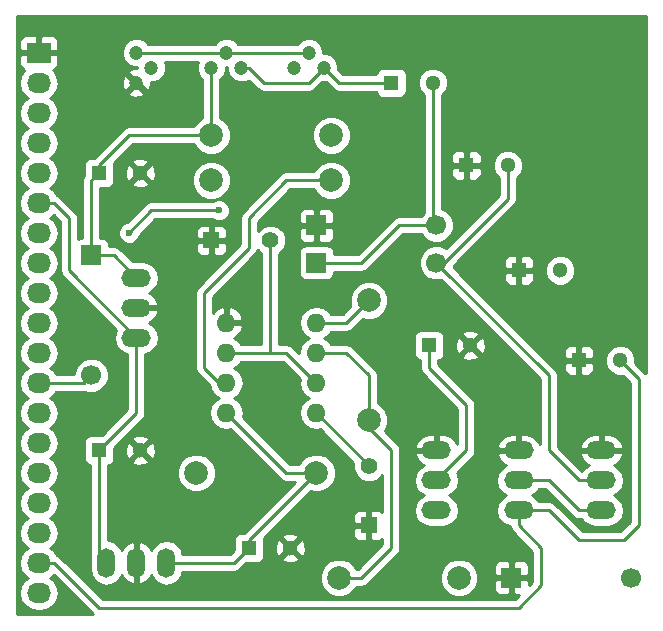
<source format=gtl>
G04 #@! TF.FileFunction,Copper,L1,Top,Signal*
%FSLAX46Y46*%
G04 Gerber Fmt 4.6, Leading zero omitted, Abs format (unit mm)*
G04 Created by KiCad (PCBNEW 4.0.4+e1-6308~48~ubuntu16.04.1-stable) date Mon Oct 24 15:19:09 2016*
%MOMM*%
%LPD*%
G01*
G04 APERTURE LIST*
%ADD10C,0.100000*%
%ADD11R,1.400000X1.400000*%
%ADD12C,1.400000*%
%ADD13O,1.600000X1.600000*%
%ADD14O,2.499360X1.501140*%
%ADD15O,1.501140X2.499360*%
%ADD16R,2.032000X1.727200*%
%ADD17O,2.032000X1.727200*%
%ADD18C,1.200000*%
%ADD19C,1.998980*%
%ADD20C,1.300000*%
%ADD21R,1.300000X1.300000*%
%ADD22C,1.699260*%
%ADD23R,1.699260X1.699260*%
%ADD24C,0.600000*%
%ADD25C,0.250000*%
%ADD26C,0.254000*%
G04 APERTURE END LIST*
D10*
D11*
X60960000Y-84455000D03*
D12*
X60960000Y-79455000D03*
D11*
X47625000Y-60325000D03*
D12*
X52625000Y-60325000D03*
D13*
X48895000Y-67310000D03*
X48895000Y-69850000D03*
X48895000Y-72390000D03*
X48895000Y-74930000D03*
X56515000Y-74930000D03*
X56515000Y-72390000D03*
X56515000Y-69850000D03*
X56515000Y-67310000D03*
D14*
X41275000Y-66040000D03*
X41275000Y-63500000D03*
X41275000Y-68580000D03*
D15*
X41275000Y-87630000D03*
X38735000Y-87630000D03*
X43815000Y-87630000D03*
D14*
X66675000Y-80645000D03*
X66675000Y-78105000D03*
X66675000Y-83185000D03*
X80645000Y-80645000D03*
X80645000Y-78105000D03*
X80645000Y-83185000D03*
X73660000Y-80645000D03*
X73660000Y-78105000D03*
X73660000Y-83185000D03*
D16*
X33020000Y-44450000D03*
D17*
X33020000Y-46990000D03*
X33020000Y-49530000D03*
X33020000Y-52070000D03*
X33020000Y-54610000D03*
X33020000Y-57150000D03*
X33020000Y-59690000D03*
X33020000Y-62230000D03*
X33020000Y-64770000D03*
X33020000Y-67310000D03*
X33020000Y-69850000D03*
X33020000Y-72390000D03*
X33020000Y-74930000D03*
X33020000Y-77470000D03*
X33020000Y-80010000D03*
X33020000Y-82550000D03*
X33020000Y-85090000D03*
X33020000Y-87630000D03*
X33020000Y-90170000D03*
D18*
X57150000Y-45720000D03*
X55880000Y-44450000D03*
X54610000Y-45720000D03*
X50165000Y-45720000D03*
X48895000Y-44450000D03*
X47625000Y-45720000D03*
X41275000Y-46990000D03*
X42545000Y-45720000D03*
X41275000Y-44450000D03*
D19*
X46355000Y-80010000D03*
X56515000Y-80010000D03*
X47625000Y-51435000D03*
X57785000Y-51435000D03*
X47625000Y-55245000D03*
X57785000Y-55245000D03*
X58420000Y-88900000D03*
X68580000Y-88900000D03*
X60960000Y-75565000D03*
X60960000Y-65405000D03*
D20*
X82240000Y-70485000D03*
D21*
X78740000Y-70485000D03*
D20*
X77160000Y-62865000D03*
D21*
X73660000Y-62865000D03*
D20*
X72715000Y-53975000D03*
D21*
X69215000Y-53975000D03*
D20*
X66365000Y-46990000D03*
D21*
X62865000Y-46990000D03*
D20*
X69540000Y-69215000D03*
D21*
X66040000Y-69215000D03*
D20*
X54300000Y-86360000D03*
D21*
X50800000Y-86360000D03*
D20*
X41600000Y-78105000D03*
D21*
X38100000Y-78105000D03*
D20*
X41600000Y-54610000D03*
D21*
X38100000Y-54610000D03*
D22*
X66675520Y-62227460D03*
D23*
X56515520Y-62227460D03*
D22*
X66675520Y-59052460D03*
D23*
X56515520Y-59052460D03*
D22*
X83185520Y-88897460D03*
D23*
X73025520Y-88897460D03*
D22*
X37467540Y-71755520D03*
D23*
X37467540Y-61595520D03*
D24*
X40640000Y-59690000D03*
X48260000Y-57785000D03*
D25*
X60960000Y-79455000D02*
X60960000Y-79375000D01*
X60960000Y-79375000D02*
X56515000Y-74930000D01*
X52625000Y-60325000D02*
X52625000Y-69850000D01*
X52625000Y-69850000D02*
X52705000Y-69850000D01*
X48895000Y-69850000D02*
X52705000Y-69850000D01*
X52705000Y-69850000D02*
X53975000Y-69850000D01*
X53975000Y-69850000D02*
X56515000Y-72390000D01*
X47625000Y-51435000D02*
X47625000Y-45720000D01*
X38100000Y-54610000D02*
X38100000Y-53975000D01*
X38100000Y-53975000D02*
X40640000Y-51435000D01*
X40640000Y-51435000D02*
X47625000Y-51435000D01*
X37467540Y-61595520D02*
X37467540Y-55242460D01*
X37467540Y-55242460D02*
X38100000Y-54610000D01*
X37467540Y-61595520D02*
X39370520Y-61595520D01*
X39370520Y-61595520D02*
X41275000Y-63500000D01*
X33020000Y-57150000D02*
X34290000Y-57150000D01*
X35560000Y-62865000D02*
X41275000Y-68580000D01*
X35560000Y-58420000D02*
X35560000Y-62865000D01*
X34290000Y-57150000D02*
X35560000Y-58420000D01*
X38100000Y-78105000D02*
X38100000Y-86995000D01*
X38100000Y-86995000D02*
X38735000Y-87630000D01*
X41275000Y-68580000D02*
X41275000Y-74930000D01*
X41275000Y-74930000D02*
X38100000Y-78105000D01*
X56515000Y-67310000D02*
X59055000Y-67310000D01*
X59055000Y-67310000D02*
X60960000Y-65405000D01*
X50800000Y-86360000D02*
X50800000Y-85725000D01*
X50800000Y-85725000D02*
X56515000Y-80010000D01*
X56515000Y-80010000D02*
X53975000Y-80010000D01*
X53975000Y-80010000D02*
X48895000Y-74930000D01*
X43815000Y-87630000D02*
X49530000Y-87630000D01*
X49530000Y-87630000D02*
X50800000Y-86360000D01*
X66675000Y-80645000D02*
X69215000Y-78105000D01*
X66040000Y-71120000D02*
X66040000Y-69215000D01*
X69215000Y-74295000D02*
X66040000Y-71120000D01*
X69215000Y-78105000D02*
X69215000Y-74295000D01*
X56515520Y-62227460D02*
X60327540Y-62227460D01*
X63502540Y-59052460D02*
X66675520Y-59052460D01*
X60327540Y-62227460D02*
X63502540Y-59052460D01*
X66365000Y-46990000D02*
X66365000Y-58741940D01*
X66365000Y-58741940D02*
X66675520Y-59052460D01*
X50165000Y-45720000D02*
X50800000Y-45720000D01*
X55880000Y-46990000D02*
X57150000Y-45720000D01*
X52070000Y-46990000D02*
X55880000Y-46990000D01*
X50800000Y-45720000D02*
X52070000Y-46990000D01*
X62865000Y-46990000D02*
X58420000Y-46990000D01*
X58420000Y-46990000D02*
X57150000Y-45720000D01*
X80645000Y-80645000D02*
X78740000Y-80645000D01*
X76200000Y-71751940D02*
X66675520Y-62227460D01*
X76200000Y-78105000D02*
X76200000Y-71751940D01*
X78740000Y-80645000D02*
X76200000Y-78105000D01*
X66675520Y-62227460D02*
X67312540Y-62227460D01*
X67312540Y-62227460D02*
X72715000Y-56825000D01*
X72715000Y-56825000D02*
X72715000Y-53975000D01*
X40640000Y-59690000D02*
X42545000Y-57785000D01*
X42545000Y-57785000D02*
X48260000Y-57785000D01*
X80645000Y-83185000D02*
X78740000Y-83185000D01*
X76200000Y-80645000D02*
X73660000Y-80645000D01*
X78740000Y-83185000D02*
X76200000Y-80645000D01*
X33020000Y-87630000D02*
X34290000Y-87630000D01*
X73660000Y-84455000D02*
X73660000Y-83185000D01*
X75565000Y-86360000D02*
X73660000Y-84455000D01*
X75565000Y-89535000D02*
X75565000Y-86360000D01*
X73660000Y-91440000D02*
X75565000Y-89535000D01*
X38100000Y-91440000D02*
X73660000Y-91440000D01*
X34290000Y-87630000D02*
X38100000Y-91440000D01*
X83820000Y-72065000D02*
X82240000Y-70485000D01*
X83820000Y-84455000D02*
X83820000Y-72065000D01*
X82550000Y-85725000D02*
X83820000Y-84455000D01*
X78740000Y-85725000D02*
X82550000Y-85725000D01*
X76200000Y-83185000D02*
X78740000Y-85725000D01*
X73660000Y-83185000D02*
X76200000Y-83185000D01*
X33020000Y-72390000D02*
X36833060Y-72390000D01*
X36833060Y-72390000D02*
X37467540Y-71755520D01*
X37467020Y-71755000D02*
X37467540Y-71755520D01*
X48895000Y-44450000D02*
X55880000Y-44450000D01*
X41275000Y-44450000D02*
X48895000Y-44450000D01*
X60960000Y-75565000D02*
X60960000Y-76200000D01*
X60960000Y-76200000D02*
X62865000Y-78105000D01*
X60325000Y-88900000D02*
X58420000Y-88900000D01*
X62865000Y-86360000D02*
X60325000Y-88900000D01*
X62865000Y-78105000D02*
X62865000Y-86360000D01*
X60960000Y-75565000D02*
X60960000Y-71755000D01*
X59055000Y-69850000D02*
X56515000Y-69850000D01*
X60960000Y-71755000D02*
X59055000Y-69850000D01*
X48895000Y-72390000D02*
X48260000Y-72390000D01*
X48260000Y-72390000D02*
X46990000Y-71120000D01*
X46990000Y-71120000D02*
X46990000Y-64770000D01*
X46990000Y-64770000D02*
X50800000Y-60960000D01*
X50800000Y-60960000D02*
X50800000Y-58420000D01*
X50800000Y-58420000D02*
X53975000Y-55245000D01*
X53975000Y-55245000D02*
X57785000Y-55245000D01*
D26*
G36*
X84380000Y-71561421D02*
X84357401Y-71527599D01*
X83524818Y-70695016D01*
X83525223Y-70230519D01*
X83330005Y-69758057D01*
X82968845Y-69396265D01*
X82496724Y-69200223D01*
X81985519Y-69199777D01*
X81513057Y-69394995D01*
X81151265Y-69756155D01*
X80955223Y-70228276D01*
X80954777Y-70739481D01*
X81149995Y-71211943D01*
X81511155Y-71573735D01*
X81983276Y-71769777D01*
X82450383Y-71770185D01*
X83060000Y-72379802D01*
X83060000Y-84140198D01*
X82235198Y-84965000D01*
X79054802Y-84965000D01*
X76737401Y-82647599D01*
X76490839Y-82482852D01*
X76200000Y-82425000D01*
X75322609Y-82425000D01*
X75175779Y-82205254D01*
X74741384Y-81915000D01*
X75175779Y-81624746D01*
X75322609Y-81405000D01*
X75885198Y-81405000D01*
X78202599Y-83722401D01*
X78449160Y-83887148D01*
X78497414Y-83896746D01*
X78740000Y-83945000D01*
X78982391Y-83945000D01*
X79129221Y-84164746D01*
X79578732Y-84465100D01*
X80108967Y-84570570D01*
X81181033Y-84570570D01*
X81711268Y-84465100D01*
X82160779Y-84164746D01*
X82461133Y-83715235D01*
X82566603Y-83185000D01*
X82461133Y-82654765D01*
X82160779Y-82205254D01*
X81726384Y-81915000D01*
X82160779Y-81624746D01*
X82461133Y-81175235D01*
X82566603Y-80645000D01*
X82461133Y-80114765D01*
X82160779Y-79665254D01*
X81711268Y-79364900D01*
X81701968Y-79363050D01*
X81791677Y-79336499D01*
X82213658Y-78994944D01*
X82472810Y-78517903D01*
X82486993Y-78446275D01*
X82364339Y-78232000D01*
X80772000Y-78232000D01*
X80772000Y-78252000D01*
X80518000Y-78252000D01*
X80518000Y-78232000D01*
X78925661Y-78232000D01*
X78803007Y-78446275D01*
X78817190Y-78517903D01*
X79076342Y-78994944D01*
X79498323Y-79336499D01*
X79588032Y-79363050D01*
X79578732Y-79364900D01*
X79129221Y-79665254D01*
X79011395Y-79841593D01*
X76960000Y-77790198D01*
X76960000Y-77763725D01*
X78803007Y-77763725D01*
X78925661Y-77978000D01*
X80518000Y-77978000D01*
X80518000Y-76719430D01*
X80772000Y-76719430D01*
X80772000Y-77978000D01*
X82364339Y-77978000D01*
X82486993Y-77763725D01*
X82472810Y-77692097D01*
X82213658Y-77215056D01*
X81791677Y-76873501D01*
X81271110Y-76719430D01*
X80772000Y-76719430D01*
X80518000Y-76719430D01*
X80018890Y-76719430D01*
X79498323Y-76873501D01*
X79076342Y-77215056D01*
X78817190Y-77692097D01*
X78803007Y-77763725D01*
X76960000Y-77763725D01*
X76960000Y-71751940D01*
X76902148Y-71461101D01*
X76737401Y-71214539D01*
X76293612Y-70770750D01*
X77455000Y-70770750D01*
X77455000Y-71261310D01*
X77551673Y-71494699D01*
X77730302Y-71673327D01*
X77963691Y-71770000D01*
X78454250Y-71770000D01*
X78613000Y-71611250D01*
X78613000Y-70612000D01*
X78867000Y-70612000D01*
X78867000Y-71611250D01*
X79025750Y-71770000D01*
X79516309Y-71770000D01*
X79749698Y-71673327D01*
X79928327Y-71494699D01*
X80025000Y-71261310D01*
X80025000Y-70770750D01*
X79866250Y-70612000D01*
X78867000Y-70612000D01*
X78613000Y-70612000D01*
X77613750Y-70612000D01*
X77455000Y-70770750D01*
X76293612Y-70770750D01*
X75231552Y-69708690D01*
X77455000Y-69708690D01*
X77455000Y-70199250D01*
X77613750Y-70358000D01*
X78613000Y-70358000D01*
X78613000Y-69358750D01*
X78867000Y-69358750D01*
X78867000Y-70358000D01*
X79866250Y-70358000D01*
X80025000Y-70199250D01*
X80025000Y-69708690D01*
X79928327Y-69475301D01*
X79749698Y-69296673D01*
X79516309Y-69200000D01*
X79025750Y-69200000D01*
X78867000Y-69358750D01*
X78613000Y-69358750D01*
X78454250Y-69200000D01*
X77963691Y-69200000D01*
X77730302Y-69296673D01*
X77551673Y-69475301D01*
X77455000Y-69708690D01*
X75231552Y-69708690D01*
X68673612Y-63150750D01*
X72375000Y-63150750D01*
X72375000Y-63641310D01*
X72471673Y-63874699D01*
X72650302Y-64053327D01*
X72883691Y-64150000D01*
X73374250Y-64150000D01*
X73533000Y-63991250D01*
X73533000Y-62992000D01*
X73787000Y-62992000D01*
X73787000Y-63991250D01*
X73945750Y-64150000D01*
X74436309Y-64150000D01*
X74669698Y-64053327D01*
X74848327Y-63874699D01*
X74945000Y-63641310D01*
X74945000Y-63150750D01*
X74913731Y-63119481D01*
X75874777Y-63119481D01*
X76069995Y-63591943D01*
X76431155Y-63953735D01*
X76903276Y-64149777D01*
X77414481Y-64150223D01*
X77886943Y-63955005D01*
X78248735Y-63593845D01*
X78444777Y-63121724D01*
X78445223Y-62610519D01*
X78250005Y-62138057D01*
X77888845Y-61776265D01*
X77416724Y-61580223D01*
X76905519Y-61579777D01*
X76433057Y-61774995D01*
X76071265Y-62136155D01*
X75875223Y-62608276D01*
X75874777Y-63119481D01*
X74913731Y-63119481D01*
X74786250Y-62992000D01*
X73787000Y-62992000D01*
X73533000Y-62992000D01*
X72533750Y-62992000D01*
X72375000Y-63150750D01*
X68673612Y-63150750D01*
X68126748Y-62603886D01*
X68159892Y-62524067D01*
X68159952Y-62454850D01*
X68526112Y-62088690D01*
X72375000Y-62088690D01*
X72375000Y-62579250D01*
X72533750Y-62738000D01*
X73533000Y-62738000D01*
X73533000Y-61738750D01*
X73787000Y-61738750D01*
X73787000Y-62738000D01*
X74786250Y-62738000D01*
X74945000Y-62579250D01*
X74945000Y-62088690D01*
X74848327Y-61855301D01*
X74669698Y-61676673D01*
X74436309Y-61580000D01*
X73945750Y-61580000D01*
X73787000Y-61738750D01*
X73533000Y-61738750D01*
X73374250Y-61580000D01*
X72883691Y-61580000D01*
X72650302Y-61676673D01*
X72471673Y-61855301D01*
X72375000Y-62088690D01*
X68526112Y-62088690D01*
X73252401Y-57362401D01*
X73417148Y-57115840D01*
X73475000Y-56825000D01*
X73475000Y-55032006D01*
X73803735Y-54703845D01*
X73999777Y-54231724D01*
X74000223Y-53720519D01*
X73805005Y-53248057D01*
X73443845Y-52886265D01*
X72971724Y-52690223D01*
X72460519Y-52689777D01*
X71988057Y-52884995D01*
X71626265Y-53246155D01*
X71430223Y-53718276D01*
X71429777Y-54229481D01*
X71624995Y-54701943D01*
X71955000Y-55032525D01*
X71955000Y-56510198D01*
X67502062Y-60963136D01*
X66972127Y-60743088D01*
X66381504Y-60742572D01*
X65835643Y-60968118D01*
X65417646Y-61385386D01*
X65191148Y-61930853D01*
X65190632Y-62521476D01*
X65416178Y-63067337D01*
X65833446Y-63485334D01*
X66378913Y-63711832D01*
X66969536Y-63712348D01*
X67051669Y-63678411D01*
X75440000Y-72066742D01*
X75440000Y-77604089D01*
X75228658Y-77215056D01*
X74806677Y-76873501D01*
X74286110Y-76719430D01*
X73787000Y-76719430D01*
X73787000Y-77978000D01*
X73807000Y-77978000D01*
X73807000Y-78232000D01*
X73787000Y-78232000D01*
X73787000Y-78252000D01*
X73533000Y-78252000D01*
X73533000Y-78232000D01*
X71940661Y-78232000D01*
X71818007Y-78446275D01*
X71832190Y-78517903D01*
X72091342Y-78994944D01*
X72513323Y-79336499D01*
X72603032Y-79363050D01*
X72593732Y-79364900D01*
X72144221Y-79665254D01*
X71843867Y-80114765D01*
X71738397Y-80645000D01*
X71843867Y-81175235D01*
X72144221Y-81624746D01*
X72578616Y-81915000D01*
X72144221Y-82205254D01*
X71843867Y-82654765D01*
X71738397Y-83185000D01*
X71843867Y-83715235D01*
X72144221Y-84164746D01*
X72593732Y-84465100D01*
X72914709Y-84528946D01*
X72957852Y-84745839D01*
X73122599Y-84992401D01*
X74805000Y-86674802D01*
X74805000Y-89220198D01*
X74510150Y-89515048D01*
X74510150Y-89183210D01*
X74351400Y-89024460D01*
X73152520Y-89024460D01*
X73152520Y-90223340D01*
X73311270Y-90382090D01*
X73643108Y-90382090D01*
X73345198Y-90680000D01*
X38414802Y-90680000D01*
X34827401Y-87092599D01*
X34580839Y-86927852D01*
X34491419Y-86910065D01*
X34264415Y-86570330D01*
X33949634Y-86360000D01*
X34264415Y-86149670D01*
X34589271Y-85663489D01*
X34703345Y-85090000D01*
X34589271Y-84516511D01*
X34264415Y-84030330D01*
X33949634Y-83820000D01*
X34264415Y-83609670D01*
X34589271Y-83123489D01*
X34703345Y-82550000D01*
X34589271Y-81976511D01*
X34264415Y-81490330D01*
X33949634Y-81280000D01*
X34264415Y-81069670D01*
X34589271Y-80583489D01*
X34703345Y-80010000D01*
X34589271Y-79436511D01*
X34264415Y-78950330D01*
X33949634Y-78740000D01*
X34264415Y-78529670D01*
X34589271Y-78043489D01*
X34703345Y-77470000D01*
X34589271Y-76896511D01*
X34264415Y-76410330D01*
X33949634Y-76200000D01*
X34264415Y-75989670D01*
X34589271Y-75503489D01*
X34703345Y-74930000D01*
X34589271Y-74356511D01*
X34264415Y-73870330D01*
X33949634Y-73660000D01*
X34264415Y-73449670D01*
X34464648Y-73150000D01*
X36833060Y-73150000D01*
X36915133Y-73133674D01*
X37170933Y-73239892D01*
X37761556Y-73240408D01*
X38307417Y-73014862D01*
X38725414Y-72597594D01*
X38951912Y-72052127D01*
X38952428Y-71461504D01*
X38726882Y-70915643D01*
X38309614Y-70497646D01*
X37764147Y-70271148D01*
X37173524Y-70270632D01*
X36627663Y-70496178D01*
X36209666Y-70913446D01*
X35983168Y-71458913D01*
X35983019Y-71630000D01*
X34464648Y-71630000D01*
X34264415Y-71330330D01*
X33949634Y-71120000D01*
X34264415Y-70909670D01*
X34589271Y-70423489D01*
X34703345Y-69850000D01*
X34589271Y-69276511D01*
X34264415Y-68790330D01*
X33949634Y-68580000D01*
X34264415Y-68369670D01*
X34589271Y-67883489D01*
X34703345Y-67310000D01*
X34589271Y-66736511D01*
X34264415Y-66250330D01*
X33949634Y-66040000D01*
X34264415Y-65829670D01*
X34589271Y-65343489D01*
X34703345Y-64770000D01*
X34589271Y-64196511D01*
X34264415Y-63710330D01*
X33949634Y-63500000D01*
X34264415Y-63289670D01*
X34589271Y-62803489D01*
X34703345Y-62230000D01*
X34589271Y-61656511D01*
X34264415Y-61170330D01*
X33949634Y-60960000D01*
X34264415Y-60749670D01*
X34589271Y-60263489D01*
X34703345Y-59690000D01*
X34589271Y-59116511D01*
X34264415Y-58630330D01*
X33949634Y-58420000D01*
X34264415Y-58209670D01*
X34268602Y-58203404D01*
X34800000Y-58734802D01*
X34800000Y-62865000D01*
X34857852Y-63155839D01*
X35022599Y-63402401D01*
X39543420Y-67923223D01*
X39458867Y-68049765D01*
X39353397Y-68580000D01*
X39458867Y-69110235D01*
X39759221Y-69559746D01*
X40208732Y-69860100D01*
X40515000Y-69921020D01*
X40515000Y-74615198D01*
X38322638Y-76807560D01*
X37450000Y-76807560D01*
X37214683Y-76851838D01*
X36998559Y-76990910D01*
X36853569Y-77203110D01*
X36802560Y-77455000D01*
X36802560Y-78755000D01*
X36846838Y-78990317D01*
X36985910Y-79206441D01*
X37198110Y-79351431D01*
X37340000Y-79380164D01*
X37340000Y-86995000D01*
X37354558Y-87068187D01*
X37349430Y-87093967D01*
X37349430Y-88166033D01*
X37454900Y-88696268D01*
X37755254Y-89145779D01*
X38204765Y-89446133D01*
X38735000Y-89551603D01*
X39265235Y-89446133D01*
X39714746Y-89145779D01*
X40015100Y-88696268D01*
X40016950Y-88686968D01*
X40043501Y-88776677D01*
X40385056Y-89198658D01*
X40862097Y-89457810D01*
X40933725Y-89471993D01*
X41148000Y-89349339D01*
X41148000Y-87757000D01*
X41128000Y-87757000D01*
X41128000Y-87503000D01*
X41148000Y-87503000D01*
X41148000Y-85910661D01*
X41402000Y-85910661D01*
X41402000Y-87503000D01*
X41422000Y-87503000D01*
X41422000Y-87757000D01*
X41402000Y-87757000D01*
X41402000Y-89349339D01*
X41616275Y-89471993D01*
X41687903Y-89457810D01*
X42164944Y-89198658D01*
X42506499Y-88776677D01*
X42533050Y-88686968D01*
X42534900Y-88696268D01*
X42835254Y-89145779D01*
X43284765Y-89446133D01*
X43815000Y-89551603D01*
X44345235Y-89446133D01*
X44794746Y-89145779D01*
X45095100Y-88696268D01*
X45156020Y-88390000D01*
X49530000Y-88390000D01*
X49820839Y-88332148D01*
X50067401Y-88167401D01*
X50577362Y-87657440D01*
X51450000Y-87657440D01*
X51685317Y-87613162D01*
X51901441Y-87474090D01*
X52046431Y-87261890D01*
X52047012Y-87259016D01*
X53580590Y-87259016D01*
X53636271Y-87489611D01*
X54119078Y-87657622D01*
X54629428Y-87628083D01*
X54963729Y-87489611D01*
X55019410Y-87259016D01*
X54300000Y-86539605D01*
X53580590Y-87259016D01*
X52047012Y-87259016D01*
X52097440Y-87010000D01*
X52097440Y-86179078D01*
X53002378Y-86179078D01*
X53031917Y-86689428D01*
X53170389Y-87023729D01*
X53400984Y-87079410D01*
X54120395Y-86360000D01*
X54479605Y-86360000D01*
X55199016Y-87079410D01*
X55429611Y-87023729D01*
X55597622Y-86540922D01*
X55568083Y-86030572D01*
X55429611Y-85696271D01*
X55199016Y-85640590D01*
X54479605Y-86360000D01*
X54120395Y-86360000D01*
X53400984Y-85640590D01*
X53170389Y-85696271D01*
X53002378Y-86179078D01*
X52097440Y-86179078D01*
X52097440Y-85710000D01*
X52064557Y-85535245D01*
X52138818Y-85460984D01*
X53580590Y-85460984D01*
X54300000Y-86180395D01*
X55019410Y-85460984D01*
X54963729Y-85230389D01*
X54480922Y-85062378D01*
X53970572Y-85091917D01*
X53636271Y-85230389D01*
X53580590Y-85460984D01*
X52138818Y-85460984D01*
X52859052Y-84740750D01*
X59625000Y-84740750D01*
X59625000Y-85281309D01*
X59721673Y-85514698D01*
X59900301Y-85693327D01*
X60133690Y-85790000D01*
X60674250Y-85790000D01*
X60833000Y-85631250D01*
X60833000Y-84582000D01*
X59783750Y-84582000D01*
X59625000Y-84740750D01*
X52859052Y-84740750D01*
X53971111Y-83628691D01*
X59625000Y-83628691D01*
X59625000Y-84169250D01*
X59783750Y-84328000D01*
X60833000Y-84328000D01*
X60833000Y-83278750D01*
X60674250Y-83120000D01*
X60133690Y-83120000D01*
X59900301Y-83216673D01*
X59721673Y-83395302D01*
X59625000Y-83628691D01*
X53971111Y-83628691D01*
X56023918Y-81575885D01*
X56188453Y-81644206D01*
X56838694Y-81644774D01*
X57439655Y-81396462D01*
X57899846Y-80937073D01*
X58149206Y-80336547D01*
X58149774Y-79686306D01*
X57901462Y-79085345D01*
X57442073Y-78625154D01*
X56841547Y-78375794D01*
X56191306Y-78375226D01*
X55590345Y-78623538D01*
X55130154Y-79082927D01*
X55060779Y-79250000D01*
X54289802Y-79250000D01*
X50293688Y-75253886D01*
X50358113Y-74930000D01*
X50248880Y-74380849D01*
X49937811Y-73915302D01*
X49555725Y-73660000D01*
X49937811Y-73404698D01*
X50248880Y-72939151D01*
X50358113Y-72390000D01*
X50248880Y-71840849D01*
X49937811Y-71375302D01*
X49555725Y-71120000D01*
X49937811Y-70864698D01*
X50107995Y-70610000D01*
X53660198Y-70610000D01*
X55116312Y-72066114D01*
X55051887Y-72390000D01*
X55161120Y-72939151D01*
X55472189Y-73404698D01*
X55854275Y-73660000D01*
X55472189Y-73915302D01*
X55161120Y-74380849D01*
X55051887Y-74930000D01*
X55161120Y-75479151D01*
X55472189Y-75944698D01*
X55937736Y-76255767D01*
X56486887Y-76365000D01*
X56543113Y-76365000D01*
X56820102Y-76309904D01*
X59646725Y-79136527D01*
X59625232Y-79188287D01*
X59624769Y-79719383D01*
X59827582Y-80210229D01*
X60202796Y-80586098D01*
X60693287Y-80789768D01*
X61224383Y-80790231D01*
X61715229Y-80587418D01*
X62091098Y-80212204D01*
X62105000Y-80178724D01*
X62105000Y-83301974D01*
X62019699Y-83216673D01*
X61786310Y-83120000D01*
X61245750Y-83120000D01*
X61087000Y-83278750D01*
X61087000Y-84328000D01*
X61107000Y-84328000D01*
X61107000Y-84582000D01*
X61087000Y-84582000D01*
X61087000Y-85631250D01*
X61245750Y-85790000D01*
X61786310Y-85790000D01*
X62019699Y-85693327D01*
X62105000Y-85608026D01*
X62105000Y-86045198D01*
X60010198Y-88140000D01*
X59874496Y-88140000D01*
X59806462Y-87975345D01*
X59347073Y-87515154D01*
X58746547Y-87265794D01*
X58096306Y-87265226D01*
X57495345Y-87513538D01*
X57035154Y-87972927D01*
X56785794Y-88573453D01*
X56785226Y-89223694D01*
X57033538Y-89824655D01*
X57492927Y-90284846D01*
X58093453Y-90534206D01*
X58743694Y-90534774D01*
X59344655Y-90286462D01*
X59804846Y-89827073D01*
X59874221Y-89660000D01*
X60325000Y-89660000D01*
X60615839Y-89602148D01*
X60862401Y-89437401D01*
X61076108Y-89223694D01*
X66945226Y-89223694D01*
X67193538Y-89824655D01*
X67652927Y-90284846D01*
X68253453Y-90534206D01*
X68903694Y-90534774D01*
X69504655Y-90286462D01*
X69964846Y-89827073D01*
X70214206Y-89226547D01*
X70214243Y-89183210D01*
X71540890Y-89183210D01*
X71540890Y-89873400D01*
X71637563Y-90106789D01*
X71816192Y-90285417D01*
X72049581Y-90382090D01*
X72739770Y-90382090D01*
X72898520Y-90223340D01*
X72898520Y-89024460D01*
X71699640Y-89024460D01*
X71540890Y-89183210D01*
X70214243Y-89183210D01*
X70214774Y-88576306D01*
X69966462Y-87975345D01*
X69912731Y-87921520D01*
X71540890Y-87921520D01*
X71540890Y-88611710D01*
X71699640Y-88770460D01*
X72898520Y-88770460D01*
X72898520Y-87571580D01*
X73152520Y-87571580D01*
X73152520Y-88770460D01*
X74351400Y-88770460D01*
X74510150Y-88611710D01*
X74510150Y-87921520D01*
X74413477Y-87688131D01*
X74234848Y-87509503D01*
X74001459Y-87412830D01*
X73311270Y-87412830D01*
X73152520Y-87571580D01*
X72898520Y-87571580D01*
X72739770Y-87412830D01*
X72049581Y-87412830D01*
X71816192Y-87509503D01*
X71637563Y-87688131D01*
X71540890Y-87921520D01*
X69912731Y-87921520D01*
X69507073Y-87515154D01*
X68906547Y-87265794D01*
X68256306Y-87265226D01*
X67655345Y-87513538D01*
X67195154Y-87972927D01*
X66945794Y-88573453D01*
X66945226Y-89223694D01*
X61076108Y-89223694D01*
X63402401Y-86897401D01*
X63567148Y-86650840D01*
X63589274Y-86539605D01*
X63625000Y-86360000D01*
X63625000Y-78105000D01*
X63567148Y-77814161D01*
X63533448Y-77763725D01*
X64833007Y-77763725D01*
X64955661Y-77978000D01*
X66548000Y-77978000D01*
X66548000Y-76719430D01*
X66048890Y-76719430D01*
X65528323Y-76873501D01*
X65106342Y-77215056D01*
X64847190Y-77692097D01*
X64833007Y-77763725D01*
X63533448Y-77763725D01*
X63402401Y-77567599D01*
X62335853Y-76501051D01*
X62344846Y-76492073D01*
X62594206Y-75891547D01*
X62594774Y-75241306D01*
X62346462Y-74640345D01*
X61887073Y-74180154D01*
X61720000Y-74110779D01*
X61720000Y-71755000D01*
X61662148Y-71464161D01*
X61497401Y-71217599D01*
X59592401Y-69312599D01*
X59345839Y-69147852D01*
X59055000Y-69090000D01*
X57727995Y-69090000D01*
X57557811Y-68835302D01*
X57175725Y-68580000D01*
X57198174Y-68565000D01*
X64742560Y-68565000D01*
X64742560Y-69865000D01*
X64786838Y-70100317D01*
X64925910Y-70316441D01*
X65138110Y-70461431D01*
X65280000Y-70490164D01*
X65280000Y-71120000D01*
X65337852Y-71410839D01*
X65502599Y-71657401D01*
X68455000Y-74609802D01*
X68455000Y-77604089D01*
X68243658Y-77215056D01*
X67821677Y-76873501D01*
X67301110Y-76719430D01*
X66802000Y-76719430D01*
X66802000Y-77978000D01*
X66822000Y-77978000D01*
X66822000Y-78232000D01*
X66802000Y-78232000D01*
X66802000Y-78252000D01*
X66548000Y-78252000D01*
X66548000Y-78232000D01*
X64955661Y-78232000D01*
X64833007Y-78446275D01*
X64847190Y-78517903D01*
X65106342Y-78994944D01*
X65528323Y-79336499D01*
X65618032Y-79363050D01*
X65608732Y-79364900D01*
X65159221Y-79665254D01*
X64858867Y-80114765D01*
X64753397Y-80645000D01*
X64858867Y-81175235D01*
X65159221Y-81624746D01*
X65593616Y-81915000D01*
X65159221Y-82205254D01*
X64858867Y-82654765D01*
X64753397Y-83185000D01*
X64858867Y-83715235D01*
X65159221Y-84164746D01*
X65608732Y-84465100D01*
X66138967Y-84570570D01*
X67211033Y-84570570D01*
X67741268Y-84465100D01*
X68190779Y-84164746D01*
X68491133Y-83715235D01*
X68596603Y-83185000D01*
X68491133Y-82654765D01*
X68190779Y-82205254D01*
X67756384Y-81915000D01*
X68190779Y-81624746D01*
X68491133Y-81175235D01*
X68596603Y-80645000D01*
X68491133Y-80114765D01*
X68406580Y-79988222D01*
X69752401Y-78642401D01*
X69917148Y-78395840D01*
X69939274Y-78284605D01*
X69975000Y-78105000D01*
X69975000Y-77763725D01*
X71818007Y-77763725D01*
X71940661Y-77978000D01*
X73533000Y-77978000D01*
X73533000Y-76719430D01*
X73033890Y-76719430D01*
X72513323Y-76873501D01*
X72091342Y-77215056D01*
X71832190Y-77692097D01*
X71818007Y-77763725D01*
X69975000Y-77763725D01*
X69975000Y-74295000D01*
X69917148Y-74004161D01*
X69752401Y-73757599D01*
X66800000Y-70805198D01*
X66800000Y-70491742D01*
X66925317Y-70468162D01*
X67141441Y-70329090D01*
X67286431Y-70116890D01*
X67287012Y-70114016D01*
X68820590Y-70114016D01*
X68876271Y-70344611D01*
X69359078Y-70512622D01*
X69869428Y-70483083D01*
X70203729Y-70344611D01*
X70259410Y-70114016D01*
X69540000Y-69394605D01*
X68820590Y-70114016D01*
X67287012Y-70114016D01*
X67337440Y-69865000D01*
X67337440Y-69034078D01*
X68242378Y-69034078D01*
X68271917Y-69544428D01*
X68410389Y-69878729D01*
X68640984Y-69934410D01*
X69360395Y-69215000D01*
X69719605Y-69215000D01*
X70439016Y-69934410D01*
X70669611Y-69878729D01*
X70837622Y-69395922D01*
X70808083Y-68885572D01*
X70669611Y-68551271D01*
X70439016Y-68495590D01*
X69719605Y-69215000D01*
X69360395Y-69215000D01*
X68640984Y-68495590D01*
X68410389Y-68551271D01*
X68242378Y-69034078D01*
X67337440Y-69034078D01*
X67337440Y-68565000D01*
X67293162Y-68329683D01*
X67284347Y-68315984D01*
X68820590Y-68315984D01*
X69540000Y-69035395D01*
X70259410Y-68315984D01*
X70203729Y-68085389D01*
X69720922Y-67917378D01*
X69210572Y-67946917D01*
X68876271Y-68085389D01*
X68820590Y-68315984D01*
X67284347Y-68315984D01*
X67154090Y-68113559D01*
X66941890Y-67968569D01*
X66690000Y-67917560D01*
X65390000Y-67917560D01*
X65154683Y-67961838D01*
X64938559Y-68100910D01*
X64793569Y-68313110D01*
X64742560Y-68565000D01*
X57198174Y-68565000D01*
X57557811Y-68324698D01*
X57727995Y-68070000D01*
X59055000Y-68070000D01*
X59345839Y-68012148D01*
X59592401Y-67847401D01*
X60468917Y-66970885D01*
X60633453Y-67039206D01*
X61283694Y-67039774D01*
X61884655Y-66791462D01*
X62344846Y-66332073D01*
X62594206Y-65731547D01*
X62594774Y-65081306D01*
X62346462Y-64480345D01*
X61887073Y-64020154D01*
X61286547Y-63770794D01*
X60636306Y-63770226D01*
X60035345Y-64018538D01*
X59575154Y-64477927D01*
X59325794Y-65078453D01*
X59325226Y-65728694D01*
X59394309Y-65895889D01*
X58740198Y-66550000D01*
X57727995Y-66550000D01*
X57557811Y-66295302D01*
X57092264Y-65984233D01*
X56543113Y-65875000D01*
X56486887Y-65875000D01*
X55937736Y-65984233D01*
X55472189Y-66295302D01*
X55161120Y-66760849D01*
X55051887Y-67310000D01*
X55161120Y-67859151D01*
X55472189Y-68324698D01*
X55854275Y-68580000D01*
X55472189Y-68835302D01*
X55161120Y-69300849D01*
X55051887Y-69850000D01*
X55052405Y-69852603D01*
X54512401Y-69312599D01*
X54265839Y-69147852D01*
X53975000Y-69090000D01*
X53385000Y-69090000D01*
X53385000Y-61452655D01*
X53459955Y-61377830D01*
X55018450Y-61377830D01*
X55018450Y-63077090D01*
X55062728Y-63312407D01*
X55201800Y-63528531D01*
X55414000Y-63673521D01*
X55665890Y-63724530D01*
X57365150Y-63724530D01*
X57600467Y-63680252D01*
X57816591Y-63541180D01*
X57961581Y-63328980D01*
X58012590Y-63077090D01*
X58012590Y-62987460D01*
X60327540Y-62987460D01*
X60618379Y-62929608D01*
X60864941Y-62764861D01*
X63817342Y-59812460D01*
X65383173Y-59812460D01*
X65416178Y-59892337D01*
X65833446Y-60310334D01*
X66378913Y-60536832D01*
X66969536Y-60537348D01*
X67515397Y-60311802D01*
X67933394Y-59894534D01*
X68159892Y-59349067D01*
X68160408Y-58758444D01*
X67934862Y-58212583D01*
X67517594Y-57794586D01*
X67125000Y-57631567D01*
X67125000Y-54260750D01*
X67930000Y-54260750D01*
X67930000Y-54751310D01*
X68026673Y-54984699D01*
X68205302Y-55163327D01*
X68438691Y-55260000D01*
X68929250Y-55260000D01*
X69088000Y-55101250D01*
X69088000Y-54102000D01*
X69342000Y-54102000D01*
X69342000Y-55101250D01*
X69500750Y-55260000D01*
X69991309Y-55260000D01*
X70224698Y-55163327D01*
X70403327Y-54984699D01*
X70500000Y-54751310D01*
X70500000Y-54260750D01*
X70341250Y-54102000D01*
X69342000Y-54102000D01*
X69088000Y-54102000D01*
X68088750Y-54102000D01*
X67930000Y-54260750D01*
X67125000Y-54260750D01*
X67125000Y-53198690D01*
X67930000Y-53198690D01*
X67930000Y-53689250D01*
X68088750Y-53848000D01*
X69088000Y-53848000D01*
X69088000Y-52848750D01*
X69342000Y-52848750D01*
X69342000Y-53848000D01*
X70341250Y-53848000D01*
X70500000Y-53689250D01*
X70500000Y-53198690D01*
X70403327Y-52965301D01*
X70224698Y-52786673D01*
X69991309Y-52690000D01*
X69500750Y-52690000D01*
X69342000Y-52848750D01*
X69088000Y-52848750D01*
X68929250Y-52690000D01*
X68438691Y-52690000D01*
X68205302Y-52786673D01*
X68026673Y-52965301D01*
X67930000Y-53198690D01*
X67125000Y-53198690D01*
X67125000Y-48047006D01*
X67453735Y-47718845D01*
X67649777Y-47246724D01*
X67650223Y-46735519D01*
X67455005Y-46263057D01*
X67093845Y-45901265D01*
X66621724Y-45705223D01*
X66110519Y-45704777D01*
X65638057Y-45899995D01*
X65276265Y-46261155D01*
X65080223Y-46733276D01*
X65079777Y-47244481D01*
X65274995Y-47716943D01*
X65605000Y-48047525D01*
X65605000Y-58023359D01*
X65417646Y-58210386D01*
X65383566Y-58292460D01*
X63502540Y-58292460D01*
X63211701Y-58350312D01*
X62965139Y-58515059D01*
X60012738Y-61467460D01*
X58012590Y-61467460D01*
X58012590Y-61377830D01*
X57968312Y-61142513D01*
X57829240Y-60926389D01*
X57617040Y-60781399D01*
X57365150Y-60730390D01*
X55665890Y-60730390D01*
X55430573Y-60774668D01*
X55214449Y-60913740D01*
X55069459Y-61125940D01*
X55018450Y-61377830D01*
X53459955Y-61377830D01*
X53756098Y-61082204D01*
X53959768Y-60591713D01*
X53960231Y-60060617D01*
X53757418Y-59569771D01*
X53526261Y-59338210D01*
X55030890Y-59338210D01*
X55030890Y-60028400D01*
X55127563Y-60261789D01*
X55306192Y-60440417D01*
X55539581Y-60537090D01*
X56229770Y-60537090D01*
X56388520Y-60378340D01*
X56388520Y-59179460D01*
X56642520Y-59179460D01*
X56642520Y-60378340D01*
X56801270Y-60537090D01*
X57491459Y-60537090D01*
X57724848Y-60440417D01*
X57903477Y-60261789D01*
X58000150Y-60028400D01*
X58000150Y-59338210D01*
X57841400Y-59179460D01*
X56642520Y-59179460D01*
X56388520Y-59179460D01*
X55189640Y-59179460D01*
X55030890Y-59338210D01*
X53526261Y-59338210D01*
X53382204Y-59193902D01*
X52891713Y-58990232D01*
X52360617Y-58989769D01*
X51869771Y-59192582D01*
X51560000Y-59501813D01*
X51560000Y-58734802D01*
X52218282Y-58076520D01*
X55030890Y-58076520D01*
X55030890Y-58766710D01*
X55189640Y-58925460D01*
X56388520Y-58925460D01*
X56388520Y-57726580D01*
X56642520Y-57726580D01*
X56642520Y-58925460D01*
X57841400Y-58925460D01*
X58000150Y-58766710D01*
X58000150Y-58076520D01*
X57903477Y-57843131D01*
X57724848Y-57664503D01*
X57491459Y-57567830D01*
X56801270Y-57567830D01*
X56642520Y-57726580D01*
X56388520Y-57726580D01*
X56229770Y-57567830D01*
X55539581Y-57567830D01*
X55306192Y-57664503D01*
X55127563Y-57843131D01*
X55030890Y-58076520D01*
X52218282Y-58076520D01*
X54289802Y-56005000D01*
X56330504Y-56005000D01*
X56398538Y-56169655D01*
X56857927Y-56629846D01*
X57458453Y-56879206D01*
X58108694Y-56879774D01*
X58709655Y-56631462D01*
X59169846Y-56172073D01*
X59419206Y-55571547D01*
X59419774Y-54921306D01*
X59171462Y-54320345D01*
X58712073Y-53860154D01*
X58111547Y-53610794D01*
X57461306Y-53610226D01*
X56860345Y-53858538D01*
X56400154Y-54317927D01*
X56330779Y-54485000D01*
X53975000Y-54485000D01*
X53684161Y-54542852D01*
X53437599Y-54707599D01*
X50262599Y-57882599D01*
X50097852Y-58129161D01*
X50040000Y-58420000D01*
X50040000Y-60645198D01*
X46452599Y-64232599D01*
X46287852Y-64479161D01*
X46230000Y-64770000D01*
X46230000Y-71120000D01*
X46287852Y-71410839D01*
X46452599Y-71657401D01*
X47493141Y-72697943D01*
X47541120Y-72939151D01*
X47852189Y-73404698D01*
X48234275Y-73660000D01*
X47852189Y-73915302D01*
X47541120Y-74380849D01*
X47431887Y-74930000D01*
X47541120Y-75479151D01*
X47852189Y-75944698D01*
X48317736Y-76255767D01*
X48866887Y-76365000D01*
X48923113Y-76365000D01*
X49200102Y-76309904D01*
X53437599Y-80547401D01*
X53684161Y-80712148D01*
X53975000Y-80770000D01*
X54680197Y-80770000D01*
X50387638Y-85062560D01*
X50150000Y-85062560D01*
X49914683Y-85106838D01*
X49698559Y-85245910D01*
X49553569Y-85458110D01*
X49502560Y-85710000D01*
X49502560Y-86582638D01*
X49215198Y-86870000D01*
X45156020Y-86870000D01*
X45095100Y-86563732D01*
X44794746Y-86114221D01*
X44345235Y-85813867D01*
X43815000Y-85708397D01*
X43284765Y-85813867D01*
X42835254Y-86114221D01*
X42534900Y-86563732D01*
X42533050Y-86573032D01*
X42506499Y-86483323D01*
X42164944Y-86061342D01*
X41687903Y-85802190D01*
X41616275Y-85788007D01*
X41402000Y-85910661D01*
X41148000Y-85910661D01*
X40933725Y-85788007D01*
X40862097Y-85802190D01*
X40385056Y-86061342D01*
X40043501Y-86483323D01*
X40016950Y-86573032D01*
X40015100Y-86563732D01*
X39714746Y-86114221D01*
X39265235Y-85813867D01*
X38860000Y-85733261D01*
X38860000Y-80333694D01*
X44720226Y-80333694D01*
X44968538Y-80934655D01*
X45427927Y-81394846D01*
X46028453Y-81644206D01*
X46678694Y-81644774D01*
X47279655Y-81396462D01*
X47739846Y-80937073D01*
X47989206Y-80336547D01*
X47989774Y-79686306D01*
X47741462Y-79085345D01*
X47282073Y-78625154D01*
X46681547Y-78375794D01*
X46031306Y-78375226D01*
X45430345Y-78623538D01*
X44970154Y-79082927D01*
X44720794Y-79683453D01*
X44720226Y-80333694D01*
X38860000Y-80333694D01*
X38860000Y-79381742D01*
X38985317Y-79358162D01*
X39201441Y-79219090D01*
X39346431Y-79006890D01*
X39347012Y-79004016D01*
X40880590Y-79004016D01*
X40936271Y-79234611D01*
X41419078Y-79402622D01*
X41929428Y-79373083D01*
X42263729Y-79234611D01*
X42319410Y-79004016D01*
X41600000Y-78284605D01*
X40880590Y-79004016D01*
X39347012Y-79004016D01*
X39397440Y-78755000D01*
X39397440Y-77924078D01*
X40302378Y-77924078D01*
X40331917Y-78434428D01*
X40470389Y-78768729D01*
X40700984Y-78824410D01*
X41420395Y-78105000D01*
X41779605Y-78105000D01*
X42499016Y-78824410D01*
X42729611Y-78768729D01*
X42897622Y-78285922D01*
X42868083Y-77775572D01*
X42729611Y-77441271D01*
X42499016Y-77385590D01*
X41779605Y-78105000D01*
X41420395Y-78105000D01*
X40700984Y-77385590D01*
X40470389Y-77441271D01*
X40302378Y-77924078D01*
X39397440Y-77924078D01*
X39397440Y-77882362D01*
X40073818Y-77205984D01*
X40880590Y-77205984D01*
X41600000Y-77925395D01*
X42319410Y-77205984D01*
X42263729Y-76975389D01*
X41780922Y-76807378D01*
X41270572Y-76836917D01*
X40936271Y-76975389D01*
X40880590Y-77205984D01*
X40073818Y-77205984D01*
X41812401Y-75467401D01*
X41977148Y-75220839D01*
X42035000Y-74930000D01*
X42035000Y-69921020D01*
X42341268Y-69860100D01*
X42790779Y-69559746D01*
X43091133Y-69110235D01*
X43196603Y-68580000D01*
X43091133Y-68049765D01*
X42790779Y-67600254D01*
X42341268Y-67299900D01*
X42331968Y-67298050D01*
X42421677Y-67271499D01*
X42843658Y-66929944D01*
X43102810Y-66452903D01*
X43116993Y-66381275D01*
X42994339Y-66167000D01*
X41402000Y-66167000D01*
X41402000Y-66187000D01*
X41148000Y-66187000D01*
X41148000Y-66167000D01*
X41128000Y-66167000D01*
X41128000Y-65913000D01*
X41148000Y-65913000D01*
X41148000Y-65893000D01*
X41402000Y-65893000D01*
X41402000Y-65913000D01*
X42994339Y-65913000D01*
X43116993Y-65698725D01*
X43102810Y-65627097D01*
X42843658Y-65150056D01*
X42421677Y-64808501D01*
X42331968Y-64781950D01*
X42341268Y-64780100D01*
X42790779Y-64479746D01*
X43091133Y-64030235D01*
X43196603Y-63500000D01*
X43091133Y-62969765D01*
X42790779Y-62520254D01*
X42341268Y-62219900D01*
X41811033Y-62114430D01*
X40964232Y-62114430D01*
X39907921Y-61058119D01*
X39661359Y-60893372D01*
X39370520Y-60835520D01*
X38964610Y-60835520D01*
X38964610Y-60745890D01*
X38920332Y-60510573D01*
X38781260Y-60294449D01*
X38569060Y-60149459D01*
X38317170Y-60098450D01*
X38227540Y-60098450D01*
X38227540Y-59875167D01*
X39704838Y-59875167D01*
X39846883Y-60218943D01*
X40109673Y-60482192D01*
X40453201Y-60624838D01*
X40825167Y-60625162D01*
X40860046Y-60610750D01*
X46290000Y-60610750D01*
X46290000Y-61151310D01*
X46386673Y-61384699D01*
X46565302Y-61563327D01*
X46798691Y-61660000D01*
X47339250Y-61660000D01*
X47498000Y-61501250D01*
X47498000Y-60452000D01*
X47752000Y-60452000D01*
X47752000Y-61501250D01*
X47910750Y-61660000D01*
X48451309Y-61660000D01*
X48684698Y-61563327D01*
X48863327Y-61384699D01*
X48960000Y-61151310D01*
X48960000Y-60610750D01*
X48801250Y-60452000D01*
X47752000Y-60452000D01*
X47498000Y-60452000D01*
X46448750Y-60452000D01*
X46290000Y-60610750D01*
X40860046Y-60610750D01*
X41168943Y-60483117D01*
X41432192Y-60220327D01*
X41574838Y-59876799D01*
X41574879Y-59829923D01*
X41906112Y-59498690D01*
X46290000Y-59498690D01*
X46290000Y-60039250D01*
X46448750Y-60198000D01*
X47498000Y-60198000D01*
X47498000Y-59148750D01*
X47752000Y-59148750D01*
X47752000Y-60198000D01*
X48801250Y-60198000D01*
X48960000Y-60039250D01*
X48960000Y-59498690D01*
X48863327Y-59265301D01*
X48684698Y-59086673D01*
X48451309Y-58990000D01*
X47910750Y-58990000D01*
X47752000Y-59148750D01*
X47498000Y-59148750D01*
X47339250Y-58990000D01*
X46798691Y-58990000D01*
X46565302Y-59086673D01*
X46386673Y-59265301D01*
X46290000Y-59498690D01*
X41906112Y-59498690D01*
X42859802Y-58545000D01*
X47697537Y-58545000D01*
X47729673Y-58577192D01*
X48073201Y-58719838D01*
X48445167Y-58720162D01*
X48788943Y-58578117D01*
X49052192Y-58315327D01*
X49194838Y-57971799D01*
X49195162Y-57599833D01*
X49053117Y-57256057D01*
X48790327Y-56992808D01*
X48446799Y-56850162D01*
X48074833Y-56849838D01*
X47731057Y-56991883D01*
X47697882Y-57025000D01*
X42545000Y-57025000D01*
X42254161Y-57082852D01*
X42007599Y-57247599D01*
X40500320Y-58754878D01*
X40454833Y-58754838D01*
X40111057Y-58896883D01*
X39847808Y-59159673D01*
X39705162Y-59503201D01*
X39704838Y-59875167D01*
X38227540Y-59875167D01*
X38227540Y-55907440D01*
X38750000Y-55907440D01*
X38985317Y-55863162D01*
X39201441Y-55724090D01*
X39346431Y-55511890D01*
X39347012Y-55509016D01*
X40880590Y-55509016D01*
X40936271Y-55739611D01*
X41419078Y-55907622D01*
X41929428Y-55878083D01*
X42263729Y-55739611D01*
X42304999Y-55568694D01*
X45990226Y-55568694D01*
X46238538Y-56169655D01*
X46697927Y-56629846D01*
X47298453Y-56879206D01*
X47948694Y-56879774D01*
X48549655Y-56631462D01*
X49009846Y-56172073D01*
X49259206Y-55571547D01*
X49259774Y-54921306D01*
X49011462Y-54320345D01*
X48552073Y-53860154D01*
X47951547Y-53610794D01*
X47301306Y-53610226D01*
X46700345Y-53858538D01*
X46240154Y-54317927D01*
X45990794Y-54918453D01*
X45990226Y-55568694D01*
X42304999Y-55568694D01*
X42319410Y-55509016D01*
X41600000Y-54789605D01*
X40880590Y-55509016D01*
X39347012Y-55509016D01*
X39397440Y-55260000D01*
X39397440Y-54429078D01*
X40302378Y-54429078D01*
X40331917Y-54939428D01*
X40470389Y-55273729D01*
X40700984Y-55329410D01*
X41420395Y-54610000D01*
X41779605Y-54610000D01*
X42499016Y-55329410D01*
X42729611Y-55273729D01*
X42897622Y-54790922D01*
X42868083Y-54280572D01*
X42729611Y-53946271D01*
X42499016Y-53890590D01*
X41779605Y-54610000D01*
X41420395Y-54610000D01*
X40700984Y-53890590D01*
X40470389Y-53946271D01*
X40302378Y-54429078D01*
X39397440Y-54429078D01*
X39397440Y-53960000D01*
X39364557Y-53785245D01*
X39438818Y-53710984D01*
X40880590Y-53710984D01*
X41600000Y-54430395D01*
X42319410Y-53710984D01*
X42263729Y-53480389D01*
X41780922Y-53312378D01*
X41270572Y-53341917D01*
X40936271Y-53480389D01*
X40880590Y-53710984D01*
X39438818Y-53710984D01*
X40954802Y-52195000D01*
X46170504Y-52195000D01*
X46238538Y-52359655D01*
X46697927Y-52819846D01*
X47298453Y-53069206D01*
X47948694Y-53069774D01*
X48549655Y-52821462D01*
X49009846Y-52362073D01*
X49259206Y-51761547D01*
X49259208Y-51758694D01*
X56150226Y-51758694D01*
X56398538Y-52359655D01*
X56857927Y-52819846D01*
X57458453Y-53069206D01*
X58108694Y-53069774D01*
X58709655Y-52821462D01*
X59169846Y-52362073D01*
X59419206Y-51761547D01*
X59419774Y-51111306D01*
X59171462Y-50510345D01*
X58712073Y-50050154D01*
X58111547Y-49800794D01*
X57461306Y-49800226D01*
X56860345Y-50048538D01*
X56400154Y-50507927D01*
X56150794Y-51108453D01*
X56150226Y-51758694D01*
X49259208Y-51758694D01*
X49259774Y-51111306D01*
X49011462Y-50510345D01*
X48552073Y-50050154D01*
X48385000Y-49980779D01*
X48385000Y-46706356D01*
X48671371Y-46420485D01*
X48859785Y-45966734D01*
X48860031Y-45684970D01*
X48930030Y-45685031D01*
X48929786Y-45964579D01*
X49117408Y-46418657D01*
X49464515Y-46766371D01*
X49918266Y-46954785D01*
X50409579Y-46955214D01*
X50799358Y-46794160D01*
X51532599Y-47527401D01*
X51779160Y-47692148D01*
X52070000Y-47750000D01*
X55880000Y-47750000D01*
X56170839Y-47692148D01*
X56417401Y-47527401D01*
X56989941Y-46954861D01*
X57310338Y-46955140D01*
X57882599Y-47527401D01*
X58129160Y-47692148D01*
X58420000Y-47750000D01*
X61588258Y-47750000D01*
X61611838Y-47875317D01*
X61750910Y-48091441D01*
X61963110Y-48236431D01*
X62215000Y-48287440D01*
X63515000Y-48287440D01*
X63750317Y-48243162D01*
X63966441Y-48104090D01*
X64111431Y-47891890D01*
X64162440Y-47640000D01*
X64162440Y-46340000D01*
X64118162Y-46104683D01*
X63979090Y-45888559D01*
X63766890Y-45743569D01*
X63515000Y-45692560D01*
X62215000Y-45692560D01*
X61979683Y-45736838D01*
X61763559Y-45875910D01*
X61618569Y-46088110D01*
X61589836Y-46230000D01*
X58734802Y-46230000D01*
X58384861Y-45880059D01*
X58385214Y-45475421D01*
X58197592Y-45021343D01*
X57850485Y-44673629D01*
X57396734Y-44485215D01*
X57114970Y-44484969D01*
X57115214Y-44205421D01*
X56927592Y-43751343D01*
X56580485Y-43403629D01*
X56126734Y-43215215D01*
X55635421Y-43214786D01*
X55181343Y-43402408D01*
X54893248Y-43690000D01*
X49881356Y-43690000D01*
X49595485Y-43403629D01*
X49141734Y-43215215D01*
X48650421Y-43214786D01*
X48196343Y-43402408D01*
X47908248Y-43690000D01*
X42261356Y-43690000D01*
X41975485Y-43403629D01*
X41521734Y-43215215D01*
X41030421Y-43214786D01*
X40576343Y-43402408D01*
X40228629Y-43749515D01*
X40040215Y-44203266D01*
X40039786Y-44694579D01*
X40227408Y-45148657D01*
X40574515Y-45496371D01*
X41028266Y-45684785D01*
X41310030Y-45685031D01*
X41309973Y-45750479D01*
X40953587Y-45772518D01*
X40641383Y-45901836D01*
X40591870Y-46127265D01*
X41275000Y-46810395D01*
X41289143Y-46796253D01*
X41468748Y-46975858D01*
X41454605Y-46990000D01*
X42137735Y-47673130D01*
X42363164Y-47623617D01*
X42522807Y-47158964D01*
X42510192Y-46954970D01*
X42789579Y-46955214D01*
X43243657Y-46767592D01*
X43591371Y-46420485D01*
X43779785Y-45966734D01*
X43780214Y-45475421D01*
X43670544Y-45210000D01*
X46499533Y-45210000D01*
X46390215Y-45473266D01*
X46389786Y-45964579D01*
X46577408Y-46418657D01*
X46865000Y-46706752D01*
X46865000Y-49980504D01*
X46700345Y-50048538D01*
X46240154Y-50507927D01*
X46170779Y-50675000D01*
X40640000Y-50675000D01*
X40397414Y-50723254D01*
X40349160Y-50732852D01*
X40102599Y-50897599D01*
X37687638Y-53312560D01*
X37450000Y-53312560D01*
X37214683Y-53356838D01*
X36998559Y-53495910D01*
X36853569Y-53708110D01*
X36802560Y-53960000D01*
X36802560Y-54895995D01*
X36765392Y-54951621D01*
X36707540Y-55242460D01*
X36707540Y-60098450D01*
X36617910Y-60098450D01*
X36382593Y-60142728D01*
X36320000Y-60183005D01*
X36320000Y-58420000D01*
X36297219Y-58305474D01*
X36262148Y-58129160D01*
X36097401Y-57882599D01*
X34827401Y-56612599D01*
X34580839Y-56447852D01*
X34491419Y-56430065D01*
X34264415Y-56090330D01*
X33949634Y-55880000D01*
X34264415Y-55669670D01*
X34589271Y-55183489D01*
X34703345Y-54610000D01*
X34589271Y-54036511D01*
X34264415Y-53550330D01*
X33949634Y-53340000D01*
X34264415Y-53129670D01*
X34589271Y-52643489D01*
X34703345Y-52070000D01*
X34589271Y-51496511D01*
X34264415Y-51010330D01*
X33949634Y-50800000D01*
X34264415Y-50589670D01*
X34589271Y-50103489D01*
X34703345Y-49530000D01*
X34589271Y-48956511D01*
X34264415Y-48470330D01*
X33949634Y-48260000D01*
X34264415Y-48049670D01*
X34396002Y-47852735D01*
X40591870Y-47852735D01*
X40641383Y-48078164D01*
X41106036Y-48237807D01*
X41596413Y-48207482D01*
X41908617Y-48078164D01*
X41958130Y-47852735D01*
X41275000Y-47169605D01*
X40591870Y-47852735D01*
X34396002Y-47852735D01*
X34589271Y-47563489D01*
X34703345Y-46990000D01*
X34669736Y-46821036D01*
X40027193Y-46821036D01*
X40057518Y-47311413D01*
X40186836Y-47623617D01*
X40412265Y-47673130D01*
X41095395Y-46990000D01*
X40412265Y-46306870D01*
X40186836Y-46356383D01*
X40027193Y-46821036D01*
X34669736Y-46821036D01*
X34589271Y-46416511D01*
X34264415Y-45930330D01*
X34242220Y-45915500D01*
X34395699Y-45851927D01*
X34574327Y-45673298D01*
X34671000Y-45439909D01*
X34671000Y-44735750D01*
X34512250Y-44577000D01*
X33147000Y-44577000D01*
X33147000Y-44597000D01*
X32893000Y-44597000D01*
X32893000Y-44577000D01*
X31527750Y-44577000D01*
X31369000Y-44735750D01*
X31369000Y-45439909D01*
X31465673Y-45673298D01*
X31644301Y-45851927D01*
X31797780Y-45915500D01*
X31775585Y-45930330D01*
X31450729Y-46416511D01*
X31336655Y-46990000D01*
X31450729Y-47563489D01*
X31775585Y-48049670D01*
X32090366Y-48260000D01*
X31775585Y-48470330D01*
X31450729Y-48956511D01*
X31336655Y-49530000D01*
X31450729Y-50103489D01*
X31775585Y-50589670D01*
X32090366Y-50800000D01*
X31775585Y-51010330D01*
X31450729Y-51496511D01*
X31336655Y-52070000D01*
X31450729Y-52643489D01*
X31775585Y-53129670D01*
X32090366Y-53340000D01*
X31775585Y-53550330D01*
X31450729Y-54036511D01*
X31336655Y-54610000D01*
X31450729Y-55183489D01*
X31775585Y-55669670D01*
X32090366Y-55880000D01*
X31775585Y-56090330D01*
X31450729Y-56576511D01*
X31336655Y-57150000D01*
X31450729Y-57723489D01*
X31775585Y-58209670D01*
X32090366Y-58420000D01*
X31775585Y-58630330D01*
X31450729Y-59116511D01*
X31336655Y-59690000D01*
X31450729Y-60263489D01*
X31775585Y-60749670D01*
X32090366Y-60960000D01*
X31775585Y-61170330D01*
X31450729Y-61656511D01*
X31336655Y-62230000D01*
X31450729Y-62803489D01*
X31775585Y-63289670D01*
X32090366Y-63500000D01*
X31775585Y-63710330D01*
X31450729Y-64196511D01*
X31336655Y-64770000D01*
X31450729Y-65343489D01*
X31775585Y-65829670D01*
X32090366Y-66040000D01*
X31775585Y-66250330D01*
X31450729Y-66736511D01*
X31336655Y-67310000D01*
X31450729Y-67883489D01*
X31775585Y-68369670D01*
X32090366Y-68580000D01*
X31775585Y-68790330D01*
X31450729Y-69276511D01*
X31336655Y-69850000D01*
X31450729Y-70423489D01*
X31775585Y-70909670D01*
X32090366Y-71120000D01*
X31775585Y-71330330D01*
X31450729Y-71816511D01*
X31336655Y-72390000D01*
X31450729Y-72963489D01*
X31775585Y-73449670D01*
X32090366Y-73660000D01*
X31775585Y-73870330D01*
X31450729Y-74356511D01*
X31336655Y-74930000D01*
X31450729Y-75503489D01*
X31775585Y-75989670D01*
X32090366Y-76200000D01*
X31775585Y-76410330D01*
X31450729Y-76896511D01*
X31336655Y-77470000D01*
X31450729Y-78043489D01*
X31775585Y-78529670D01*
X32090366Y-78740000D01*
X31775585Y-78950330D01*
X31450729Y-79436511D01*
X31336655Y-80010000D01*
X31450729Y-80583489D01*
X31775585Y-81069670D01*
X32090366Y-81280000D01*
X31775585Y-81490330D01*
X31450729Y-81976511D01*
X31336655Y-82550000D01*
X31450729Y-83123489D01*
X31775585Y-83609670D01*
X32090366Y-83820000D01*
X31775585Y-84030330D01*
X31450729Y-84516511D01*
X31336655Y-85090000D01*
X31450729Y-85663489D01*
X31775585Y-86149670D01*
X32090366Y-86360000D01*
X31775585Y-86570330D01*
X31450729Y-87056511D01*
X31336655Y-87630000D01*
X31450729Y-88203489D01*
X31775585Y-88689670D01*
X32090366Y-88900000D01*
X31775585Y-89110330D01*
X31450729Y-89596511D01*
X31336655Y-90170000D01*
X31450729Y-90743489D01*
X31775585Y-91229670D01*
X32261766Y-91554526D01*
X32835255Y-91668600D01*
X33204745Y-91668600D01*
X33778234Y-91554526D01*
X34264415Y-91229670D01*
X34589271Y-90743489D01*
X34703345Y-90170000D01*
X34589271Y-89596511D01*
X34264415Y-89110330D01*
X33949634Y-88900000D01*
X34264415Y-88689670D01*
X34268602Y-88683404D01*
X37562599Y-91977401D01*
X37596421Y-92000000D01*
X31190000Y-92000000D01*
X31190000Y-43460091D01*
X31369000Y-43460091D01*
X31369000Y-44164250D01*
X31527750Y-44323000D01*
X32893000Y-44323000D01*
X32893000Y-43110150D01*
X33147000Y-43110150D01*
X33147000Y-44323000D01*
X34512250Y-44323000D01*
X34671000Y-44164250D01*
X34671000Y-43460091D01*
X34574327Y-43226702D01*
X34395699Y-43048073D01*
X34162310Y-42951400D01*
X33305750Y-42951400D01*
X33147000Y-43110150D01*
X32893000Y-43110150D01*
X32734250Y-42951400D01*
X31877690Y-42951400D01*
X31644301Y-43048073D01*
X31465673Y-43226702D01*
X31369000Y-43460091D01*
X31190000Y-43460091D01*
X31190000Y-41350000D01*
X84380000Y-41350000D01*
X84380000Y-71561421D01*
X84380000Y-71561421D01*
G37*
X84380000Y-71561421D02*
X84357401Y-71527599D01*
X83524818Y-70695016D01*
X83525223Y-70230519D01*
X83330005Y-69758057D01*
X82968845Y-69396265D01*
X82496724Y-69200223D01*
X81985519Y-69199777D01*
X81513057Y-69394995D01*
X81151265Y-69756155D01*
X80955223Y-70228276D01*
X80954777Y-70739481D01*
X81149995Y-71211943D01*
X81511155Y-71573735D01*
X81983276Y-71769777D01*
X82450383Y-71770185D01*
X83060000Y-72379802D01*
X83060000Y-84140198D01*
X82235198Y-84965000D01*
X79054802Y-84965000D01*
X76737401Y-82647599D01*
X76490839Y-82482852D01*
X76200000Y-82425000D01*
X75322609Y-82425000D01*
X75175779Y-82205254D01*
X74741384Y-81915000D01*
X75175779Y-81624746D01*
X75322609Y-81405000D01*
X75885198Y-81405000D01*
X78202599Y-83722401D01*
X78449160Y-83887148D01*
X78497414Y-83896746D01*
X78740000Y-83945000D01*
X78982391Y-83945000D01*
X79129221Y-84164746D01*
X79578732Y-84465100D01*
X80108967Y-84570570D01*
X81181033Y-84570570D01*
X81711268Y-84465100D01*
X82160779Y-84164746D01*
X82461133Y-83715235D01*
X82566603Y-83185000D01*
X82461133Y-82654765D01*
X82160779Y-82205254D01*
X81726384Y-81915000D01*
X82160779Y-81624746D01*
X82461133Y-81175235D01*
X82566603Y-80645000D01*
X82461133Y-80114765D01*
X82160779Y-79665254D01*
X81711268Y-79364900D01*
X81701968Y-79363050D01*
X81791677Y-79336499D01*
X82213658Y-78994944D01*
X82472810Y-78517903D01*
X82486993Y-78446275D01*
X82364339Y-78232000D01*
X80772000Y-78232000D01*
X80772000Y-78252000D01*
X80518000Y-78252000D01*
X80518000Y-78232000D01*
X78925661Y-78232000D01*
X78803007Y-78446275D01*
X78817190Y-78517903D01*
X79076342Y-78994944D01*
X79498323Y-79336499D01*
X79588032Y-79363050D01*
X79578732Y-79364900D01*
X79129221Y-79665254D01*
X79011395Y-79841593D01*
X76960000Y-77790198D01*
X76960000Y-77763725D01*
X78803007Y-77763725D01*
X78925661Y-77978000D01*
X80518000Y-77978000D01*
X80518000Y-76719430D01*
X80772000Y-76719430D01*
X80772000Y-77978000D01*
X82364339Y-77978000D01*
X82486993Y-77763725D01*
X82472810Y-77692097D01*
X82213658Y-77215056D01*
X81791677Y-76873501D01*
X81271110Y-76719430D01*
X80772000Y-76719430D01*
X80518000Y-76719430D01*
X80018890Y-76719430D01*
X79498323Y-76873501D01*
X79076342Y-77215056D01*
X78817190Y-77692097D01*
X78803007Y-77763725D01*
X76960000Y-77763725D01*
X76960000Y-71751940D01*
X76902148Y-71461101D01*
X76737401Y-71214539D01*
X76293612Y-70770750D01*
X77455000Y-70770750D01*
X77455000Y-71261310D01*
X77551673Y-71494699D01*
X77730302Y-71673327D01*
X77963691Y-71770000D01*
X78454250Y-71770000D01*
X78613000Y-71611250D01*
X78613000Y-70612000D01*
X78867000Y-70612000D01*
X78867000Y-71611250D01*
X79025750Y-71770000D01*
X79516309Y-71770000D01*
X79749698Y-71673327D01*
X79928327Y-71494699D01*
X80025000Y-71261310D01*
X80025000Y-70770750D01*
X79866250Y-70612000D01*
X78867000Y-70612000D01*
X78613000Y-70612000D01*
X77613750Y-70612000D01*
X77455000Y-70770750D01*
X76293612Y-70770750D01*
X75231552Y-69708690D01*
X77455000Y-69708690D01*
X77455000Y-70199250D01*
X77613750Y-70358000D01*
X78613000Y-70358000D01*
X78613000Y-69358750D01*
X78867000Y-69358750D01*
X78867000Y-70358000D01*
X79866250Y-70358000D01*
X80025000Y-70199250D01*
X80025000Y-69708690D01*
X79928327Y-69475301D01*
X79749698Y-69296673D01*
X79516309Y-69200000D01*
X79025750Y-69200000D01*
X78867000Y-69358750D01*
X78613000Y-69358750D01*
X78454250Y-69200000D01*
X77963691Y-69200000D01*
X77730302Y-69296673D01*
X77551673Y-69475301D01*
X77455000Y-69708690D01*
X75231552Y-69708690D01*
X68673612Y-63150750D01*
X72375000Y-63150750D01*
X72375000Y-63641310D01*
X72471673Y-63874699D01*
X72650302Y-64053327D01*
X72883691Y-64150000D01*
X73374250Y-64150000D01*
X73533000Y-63991250D01*
X73533000Y-62992000D01*
X73787000Y-62992000D01*
X73787000Y-63991250D01*
X73945750Y-64150000D01*
X74436309Y-64150000D01*
X74669698Y-64053327D01*
X74848327Y-63874699D01*
X74945000Y-63641310D01*
X74945000Y-63150750D01*
X74913731Y-63119481D01*
X75874777Y-63119481D01*
X76069995Y-63591943D01*
X76431155Y-63953735D01*
X76903276Y-64149777D01*
X77414481Y-64150223D01*
X77886943Y-63955005D01*
X78248735Y-63593845D01*
X78444777Y-63121724D01*
X78445223Y-62610519D01*
X78250005Y-62138057D01*
X77888845Y-61776265D01*
X77416724Y-61580223D01*
X76905519Y-61579777D01*
X76433057Y-61774995D01*
X76071265Y-62136155D01*
X75875223Y-62608276D01*
X75874777Y-63119481D01*
X74913731Y-63119481D01*
X74786250Y-62992000D01*
X73787000Y-62992000D01*
X73533000Y-62992000D01*
X72533750Y-62992000D01*
X72375000Y-63150750D01*
X68673612Y-63150750D01*
X68126748Y-62603886D01*
X68159892Y-62524067D01*
X68159952Y-62454850D01*
X68526112Y-62088690D01*
X72375000Y-62088690D01*
X72375000Y-62579250D01*
X72533750Y-62738000D01*
X73533000Y-62738000D01*
X73533000Y-61738750D01*
X73787000Y-61738750D01*
X73787000Y-62738000D01*
X74786250Y-62738000D01*
X74945000Y-62579250D01*
X74945000Y-62088690D01*
X74848327Y-61855301D01*
X74669698Y-61676673D01*
X74436309Y-61580000D01*
X73945750Y-61580000D01*
X73787000Y-61738750D01*
X73533000Y-61738750D01*
X73374250Y-61580000D01*
X72883691Y-61580000D01*
X72650302Y-61676673D01*
X72471673Y-61855301D01*
X72375000Y-62088690D01*
X68526112Y-62088690D01*
X73252401Y-57362401D01*
X73417148Y-57115840D01*
X73475000Y-56825000D01*
X73475000Y-55032006D01*
X73803735Y-54703845D01*
X73999777Y-54231724D01*
X74000223Y-53720519D01*
X73805005Y-53248057D01*
X73443845Y-52886265D01*
X72971724Y-52690223D01*
X72460519Y-52689777D01*
X71988057Y-52884995D01*
X71626265Y-53246155D01*
X71430223Y-53718276D01*
X71429777Y-54229481D01*
X71624995Y-54701943D01*
X71955000Y-55032525D01*
X71955000Y-56510198D01*
X67502062Y-60963136D01*
X66972127Y-60743088D01*
X66381504Y-60742572D01*
X65835643Y-60968118D01*
X65417646Y-61385386D01*
X65191148Y-61930853D01*
X65190632Y-62521476D01*
X65416178Y-63067337D01*
X65833446Y-63485334D01*
X66378913Y-63711832D01*
X66969536Y-63712348D01*
X67051669Y-63678411D01*
X75440000Y-72066742D01*
X75440000Y-77604089D01*
X75228658Y-77215056D01*
X74806677Y-76873501D01*
X74286110Y-76719430D01*
X73787000Y-76719430D01*
X73787000Y-77978000D01*
X73807000Y-77978000D01*
X73807000Y-78232000D01*
X73787000Y-78232000D01*
X73787000Y-78252000D01*
X73533000Y-78252000D01*
X73533000Y-78232000D01*
X71940661Y-78232000D01*
X71818007Y-78446275D01*
X71832190Y-78517903D01*
X72091342Y-78994944D01*
X72513323Y-79336499D01*
X72603032Y-79363050D01*
X72593732Y-79364900D01*
X72144221Y-79665254D01*
X71843867Y-80114765D01*
X71738397Y-80645000D01*
X71843867Y-81175235D01*
X72144221Y-81624746D01*
X72578616Y-81915000D01*
X72144221Y-82205254D01*
X71843867Y-82654765D01*
X71738397Y-83185000D01*
X71843867Y-83715235D01*
X72144221Y-84164746D01*
X72593732Y-84465100D01*
X72914709Y-84528946D01*
X72957852Y-84745839D01*
X73122599Y-84992401D01*
X74805000Y-86674802D01*
X74805000Y-89220198D01*
X74510150Y-89515048D01*
X74510150Y-89183210D01*
X74351400Y-89024460D01*
X73152520Y-89024460D01*
X73152520Y-90223340D01*
X73311270Y-90382090D01*
X73643108Y-90382090D01*
X73345198Y-90680000D01*
X38414802Y-90680000D01*
X34827401Y-87092599D01*
X34580839Y-86927852D01*
X34491419Y-86910065D01*
X34264415Y-86570330D01*
X33949634Y-86360000D01*
X34264415Y-86149670D01*
X34589271Y-85663489D01*
X34703345Y-85090000D01*
X34589271Y-84516511D01*
X34264415Y-84030330D01*
X33949634Y-83820000D01*
X34264415Y-83609670D01*
X34589271Y-83123489D01*
X34703345Y-82550000D01*
X34589271Y-81976511D01*
X34264415Y-81490330D01*
X33949634Y-81280000D01*
X34264415Y-81069670D01*
X34589271Y-80583489D01*
X34703345Y-80010000D01*
X34589271Y-79436511D01*
X34264415Y-78950330D01*
X33949634Y-78740000D01*
X34264415Y-78529670D01*
X34589271Y-78043489D01*
X34703345Y-77470000D01*
X34589271Y-76896511D01*
X34264415Y-76410330D01*
X33949634Y-76200000D01*
X34264415Y-75989670D01*
X34589271Y-75503489D01*
X34703345Y-74930000D01*
X34589271Y-74356511D01*
X34264415Y-73870330D01*
X33949634Y-73660000D01*
X34264415Y-73449670D01*
X34464648Y-73150000D01*
X36833060Y-73150000D01*
X36915133Y-73133674D01*
X37170933Y-73239892D01*
X37761556Y-73240408D01*
X38307417Y-73014862D01*
X38725414Y-72597594D01*
X38951912Y-72052127D01*
X38952428Y-71461504D01*
X38726882Y-70915643D01*
X38309614Y-70497646D01*
X37764147Y-70271148D01*
X37173524Y-70270632D01*
X36627663Y-70496178D01*
X36209666Y-70913446D01*
X35983168Y-71458913D01*
X35983019Y-71630000D01*
X34464648Y-71630000D01*
X34264415Y-71330330D01*
X33949634Y-71120000D01*
X34264415Y-70909670D01*
X34589271Y-70423489D01*
X34703345Y-69850000D01*
X34589271Y-69276511D01*
X34264415Y-68790330D01*
X33949634Y-68580000D01*
X34264415Y-68369670D01*
X34589271Y-67883489D01*
X34703345Y-67310000D01*
X34589271Y-66736511D01*
X34264415Y-66250330D01*
X33949634Y-66040000D01*
X34264415Y-65829670D01*
X34589271Y-65343489D01*
X34703345Y-64770000D01*
X34589271Y-64196511D01*
X34264415Y-63710330D01*
X33949634Y-63500000D01*
X34264415Y-63289670D01*
X34589271Y-62803489D01*
X34703345Y-62230000D01*
X34589271Y-61656511D01*
X34264415Y-61170330D01*
X33949634Y-60960000D01*
X34264415Y-60749670D01*
X34589271Y-60263489D01*
X34703345Y-59690000D01*
X34589271Y-59116511D01*
X34264415Y-58630330D01*
X33949634Y-58420000D01*
X34264415Y-58209670D01*
X34268602Y-58203404D01*
X34800000Y-58734802D01*
X34800000Y-62865000D01*
X34857852Y-63155839D01*
X35022599Y-63402401D01*
X39543420Y-67923223D01*
X39458867Y-68049765D01*
X39353397Y-68580000D01*
X39458867Y-69110235D01*
X39759221Y-69559746D01*
X40208732Y-69860100D01*
X40515000Y-69921020D01*
X40515000Y-74615198D01*
X38322638Y-76807560D01*
X37450000Y-76807560D01*
X37214683Y-76851838D01*
X36998559Y-76990910D01*
X36853569Y-77203110D01*
X36802560Y-77455000D01*
X36802560Y-78755000D01*
X36846838Y-78990317D01*
X36985910Y-79206441D01*
X37198110Y-79351431D01*
X37340000Y-79380164D01*
X37340000Y-86995000D01*
X37354558Y-87068187D01*
X37349430Y-87093967D01*
X37349430Y-88166033D01*
X37454900Y-88696268D01*
X37755254Y-89145779D01*
X38204765Y-89446133D01*
X38735000Y-89551603D01*
X39265235Y-89446133D01*
X39714746Y-89145779D01*
X40015100Y-88696268D01*
X40016950Y-88686968D01*
X40043501Y-88776677D01*
X40385056Y-89198658D01*
X40862097Y-89457810D01*
X40933725Y-89471993D01*
X41148000Y-89349339D01*
X41148000Y-87757000D01*
X41128000Y-87757000D01*
X41128000Y-87503000D01*
X41148000Y-87503000D01*
X41148000Y-85910661D01*
X41402000Y-85910661D01*
X41402000Y-87503000D01*
X41422000Y-87503000D01*
X41422000Y-87757000D01*
X41402000Y-87757000D01*
X41402000Y-89349339D01*
X41616275Y-89471993D01*
X41687903Y-89457810D01*
X42164944Y-89198658D01*
X42506499Y-88776677D01*
X42533050Y-88686968D01*
X42534900Y-88696268D01*
X42835254Y-89145779D01*
X43284765Y-89446133D01*
X43815000Y-89551603D01*
X44345235Y-89446133D01*
X44794746Y-89145779D01*
X45095100Y-88696268D01*
X45156020Y-88390000D01*
X49530000Y-88390000D01*
X49820839Y-88332148D01*
X50067401Y-88167401D01*
X50577362Y-87657440D01*
X51450000Y-87657440D01*
X51685317Y-87613162D01*
X51901441Y-87474090D01*
X52046431Y-87261890D01*
X52047012Y-87259016D01*
X53580590Y-87259016D01*
X53636271Y-87489611D01*
X54119078Y-87657622D01*
X54629428Y-87628083D01*
X54963729Y-87489611D01*
X55019410Y-87259016D01*
X54300000Y-86539605D01*
X53580590Y-87259016D01*
X52047012Y-87259016D01*
X52097440Y-87010000D01*
X52097440Y-86179078D01*
X53002378Y-86179078D01*
X53031917Y-86689428D01*
X53170389Y-87023729D01*
X53400984Y-87079410D01*
X54120395Y-86360000D01*
X54479605Y-86360000D01*
X55199016Y-87079410D01*
X55429611Y-87023729D01*
X55597622Y-86540922D01*
X55568083Y-86030572D01*
X55429611Y-85696271D01*
X55199016Y-85640590D01*
X54479605Y-86360000D01*
X54120395Y-86360000D01*
X53400984Y-85640590D01*
X53170389Y-85696271D01*
X53002378Y-86179078D01*
X52097440Y-86179078D01*
X52097440Y-85710000D01*
X52064557Y-85535245D01*
X52138818Y-85460984D01*
X53580590Y-85460984D01*
X54300000Y-86180395D01*
X55019410Y-85460984D01*
X54963729Y-85230389D01*
X54480922Y-85062378D01*
X53970572Y-85091917D01*
X53636271Y-85230389D01*
X53580590Y-85460984D01*
X52138818Y-85460984D01*
X52859052Y-84740750D01*
X59625000Y-84740750D01*
X59625000Y-85281309D01*
X59721673Y-85514698D01*
X59900301Y-85693327D01*
X60133690Y-85790000D01*
X60674250Y-85790000D01*
X60833000Y-85631250D01*
X60833000Y-84582000D01*
X59783750Y-84582000D01*
X59625000Y-84740750D01*
X52859052Y-84740750D01*
X53971111Y-83628691D01*
X59625000Y-83628691D01*
X59625000Y-84169250D01*
X59783750Y-84328000D01*
X60833000Y-84328000D01*
X60833000Y-83278750D01*
X60674250Y-83120000D01*
X60133690Y-83120000D01*
X59900301Y-83216673D01*
X59721673Y-83395302D01*
X59625000Y-83628691D01*
X53971111Y-83628691D01*
X56023918Y-81575885D01*
X56188453Y-81644206D01*
X56838694Y-81644774D01*
X57439655Y-81396462D01*
X57899846Y-80937073D01*
X58149206Y-80336547D01*
X58149774Y-79686306D01*
X57901462Y-79085345D01*
X57442073Y-78625154D01*
X56841547Y-78375794D01*
X56191306Y-78375226D01*
X55590345Y-78623538D01*
X55130154Y-79082927D01*
X55060779Y-79250000D01*
X54289802Y-79250000D01*
X50293688Y-75253886D01*
X50358113Y-74930000D01*
X50248880Y-74380849D01*
X49937811Y-73915302D01*
X49555725Y-73660000D01*
X49937811Y-73404698D01*
X50248880Y-72939151D01*
X50358113Y-72390000D01*
X50248880Y-71840849D01*
X49937811Y-71375302D01*
X49555725Y-71120000D01*
X49937811Y-70864698D01*
X50107995Y-70610000D01*
X53660198Y-70610000D01*
X55116312Y-72066114D01*
X55051887Y-72390000D01*
X55161120Y-72939151D01*
X55472189Y-73404698D01*
X55854275Y-73660000D01*
X55472189Y-73915302D01*
X55161120Y-74380849D01*
X55051887Y-74930000D01*
X55161120Y-75479151D01*
X55472189Y-75944698D01*
X55937736Y-76255767D01*
X56486887Y-76365000D01*
X56543113Y-76365000D01*
X56820102Y-76309904D01*
X59646725Y-79136527D01*
X59625232Y-79188287D01*
X59624769Y-79719383D01*
X59827582Y-80210229D01*
X60202796Y-80586098D01*
X60693287Y-80789768D01*
X61224383Y-80790231D01*
X61715229Y-80587418D01*
X62091098Y-80212204D01*
X62105000Y-80178724D01*
X62105000Y-83301974D01*
X62019699Y-83216673D01*
X61786310Y-83120000D01*
X61245750Y-83120000D01*
X61087000Y-83278750D01*
X61087000Y-84328000D01*
X61107000Y-84328000D01*
X61107000Y-84582000D01*
X61087000Y-84582000D01*
X61087000Y-85631250D01*
X61245750Y-85790000D01*
X61786310Y-85790000D01*
X62019699Y-85693327D01*
X62105000Y-85608026D01*
X62105000Y-86045198D01*
X60010198Y-88140000D01*
X59874496Y-88140000D01*
X59806462Y-87975345D01*
X59347073Y-87515154D01*
X58746547Y-87265794D01*
X58096306Y-87265226D01*
X57495345Y-87513538D01*
X57035154Y-87972927D01*
X56785794Y-88573453D01*
X56785226Y-89223694D01*
X57033538Y-89824655D01*
X57492927Y-90284846D01*
X58093453Y-90534206D01*
X58743694Y-90534774D01*
X59344655Y-90286462D01*
X59804846Y-89827073D01*
X59874221Y-89660000D01*
X60325000Y-89660000D01*
X60615839Y-89602148D01*
X60862401Y-89437401D01*
X61076108Y-89223694D01*
X66945226Y-89223694D01*
X67193538Y-89824655D01*
X67652927Y-90284846D01*
X68253453Y-90534206D01*
X68903694Y-90534774D01*
X69504655Y-90286462D01*
X69964846Y-89827073D01*
X70214206Y-89226547D01*
X70214243Y-89183210D01*
X71540890Y-89183210D01*
X71540890Y-89873400D01*
X71637563Y-90106789D01*
X71816192Y-90285417D01*
X72049581Y-90382090D01*
X72739770Y-90382090D01*
X72898520Y-90223340D01*
X72898520Y-89024460D01*
X71699640Y-89024460D01*
X71540890Y-89183210D01*
X70214243Y-89183210D01*
X70214774Y-88576306D01*
X69966462Y-87975345D01*
X69912731Y-87921520D01*
X71540890Y-87921520D01*
X71540890Y-88611710D01*
X71699640Y-88770460D01*
X72898520Y-88770460D01*
X72898520Y-87571580D01*
X73152520Y-87571580D01*
X73152520Y-88770460D01*
X74351400Y-88770460D01*
X74510150Y-88611710D01*
X74510150Y-87921520D01*
X74413477Y-87688131D01*
X74234848Y-87509503D01*
X74001459Y-87412830D01*
X73311270Y-87412830D01*
X73152520Y-87571580D01*
X72898520Y-87571580D01*
X72739770Y-87412830D01*
X72049581Y-87412830D01*
X71816192Y-87509503D01*
X71637563Y-87688131D01*
X71540890Y-87921520D01*
X69912731Y-87921520D01*
X69507073Y-87515154D01*
X68906547Y-87265794D01*
X68256306Y-87265226D01*
X67655345Y-87513538D01*
X67195154Y-87972927D01*
X66945794Y-88573453D01*
X66945226Y-89223694D01*
X61076108Y-89223694D01*
X63402401Y-86897401D01*
X63567148Y-86650840D01*
X63589274Y-86539605D01*
X63625000Y-86360000D01*
X63625000Y-78105000D01*
X63567148Y-77814161D01*
X63533448Y-77763725D01*
X64833007Y-77763725D01*
X64955661Y-77978000D01*
X66548000Y-77978000D01*
X66548000Y-76719430D01*
X66048890Y-76719430D01*
X65528323Y-76873501D01*
X65106342Y-77215056D01*
X64847190Y-77692097D01*
X64833007Y-77763725D01*
X63533448Y-77763725D01*
X63402401Y-77567599D01*
X62335853Y-76501051D01*
X62344846Y-76492073D01*
X62594206Y-75891547D01*
X62594774Y-75241306D01*
X62346462Y-74640345D01*
X61887073Y-74180154D01*
X61720000Y-74110779D01*
X61720000Y-71755000D01*
X61662148Y-71464161D01*
X61497401Y-71217599D01*
X59592401Y-69312599D01*
X59345839Y-69147852D01*
X59055000Y-69090000D01*
X57727995Y-69090000D01*
X57557811Y-68835302D01*
X57175725Y-68580000D01*
X57198174Y-68565000D01*
X64742560Y-68565000D01*
X64742560Y-69865000D01*
X64786838Y-70100317D01*
X64925910Y-70316441D01*
X65138110Y-70461431D01*
X65280000Y-70490164D01*
X65280000Y-71120000D01*
X65337852Y-71410839D01*
X65502599Y-71657401D01*
X68455000Y-74609802D01*
X68455000Y-77604089D01*
X68243658Y-77215056D01*
X67821677Y-76873501D01*
X67301110Y-76719430D01*
X66802000Y-76719430D01*
X66802000Y-77978000D01*
X66822000Y-77978000D01*
X66822000Y-78232000D01*
X66802000Y-78232000D01*
X66802000Y-78252000D01*
X66548000Y-78252000D01*
X66548000Y-78232000D01*
X64955661Y-78232000D01*
X64833007Y-78446275D01*
X64847190Y-78517903D01*
X65106342Y-78994944D01*
X65528323Y-79336499D01*
X65618032Y-79363050D01*
X65608732Y-79364900D01*
X65159221Y-79665254D01*
X64858867Y-80114765D01*
X64753397Y-80645000D01*
X64858867Y-81175235D01*
X65159221Y-81624746D01*
X65593616Y-81915000D01*
X65159221Y-82205254D01*
X64858867Y-82654765D01*
X64753397Y-83185000D01*
X64858867Y-83715235D01*
X65159221Y-84164746D01*
X65608732Y-84465100D01*
X66138967Y-84570570D01*
X67211033Y-84570570D01*
X67741268Y-84465100D01*
X68190779Y-84164746D01*
X68491133Y-83715235D01*
X68596603Y-83185000D01*
X68491133Y-82654765D01*
X68190779Y-82205254D01*
X67756384Y-81915000D01*
X68190779Y-81624746D01*
X68491133Y-81175235D01*
X68596603Y-80645000D01*
X68491133Y-80114765D01*
X68406580Y-79988222D01*
X69752401Y-78642401D01*
X69917148Y-78395840D01*
X69939274Y-78284605D01*
X69975000Y-78105000D01*
X69975000Y-77763725D01*
X71818007Y-77763725D01*
X71940661Y-77978000D01*
X73533000Y-77978000D01*
X73533000Y-76719430D01*
X73033890Y-76719430D01*
X72513323Y-76873501D01*
X72091342Y-77215056D01*
X71832190Y-77692097D01*
X71818007Y-77763725D01*
X69975000Y-77763725D01*
X69975000Y-74295000D01*
X69917148Y-74004161D01*
X69752401Y-73757599D01*
X66800000Y-70805198D01*
X66800000Y-70491742D01*
X66925317Y-70468162D01*
X67141441Y-70329090D01*
X67286431Y-70116890D01*
X67287012Y-70114016D01*
X68820590Y-70114016D01*
X68876271Y-70344611D01*
X69359078Y-70512622D01*
X69869428Y-70483083D01*
X70203729Y-70344611D01*
X70259410Y-70114016D01*
X69540000Y-69394605D01*
X68820590Y-70114016D01*
X67287012Y-70114016D01*
X67337440Y-69865000D01*
X67337440Y-69034078D01*
X68242378Y-69034078D01*
X68271917Y-69544428D01*
X68410389Y-69878729D01*
X68640984Y-69934410D01*
X69360395Y-69215000D01*
X69719605Y-69215000D01*
X70439016Y-69934410D01*
X70669611Y-69878729D01*
X70837622Y-69395922D01*
X70808083Y-68885572D01*
X70669611Y-68551271D01*
X70439016Y-68495590D01*
X69719605Y-69215000D01*
X69360395Y-69215000D01*
X68640984Y-68495590D01*
X68410389Y-68551271D01*
X68242378Y-69034078D01*
X67337440Y-69034078D01*
X67337440Y-68565000D01*
X67293162Y-68329683D01*
X67284347Y-68315984D01*
X68820590Y-68315984D01*
X69540000Y-69035395D01*
X70259410Y-68315984D01*
X70203729Y-68085389D01*
X69720922Y-67917378D01*
X69210572Y-67946917D01*
X68876271Y-68085389D01*
X68820590Y-68315984D01*
X67284347Y-68315984D01*
X67154090Y-68113559D01*
X66941890Y-67968569D01*
X66690000Y-67917560D01*
X65390000Y-67917560D01*
X65154683Y-67961838D01*
X64938559Y-68100910D01*
X64793569Y-68313110D01*
X64742560Y-68565000D01*
X57198174Y-68565000D01*
X57557811Y-68324698D01*
X57727995Y-68070000D01*
X59055000Y-68070000D01*
X59345839Y-68012148D01*
X59592401Y-67847401D01*
X60468917Y-66970885D01*
X60633453Y-67039206D01*
X61283694Y-67039774D01*
X61884655Y-66791462D01*
X62344846Y-66332073D01*
X62594206Y-65731547D01*
X62594774Y-65081306D01*
X62346462Y-64480345D01*
X61887073Y-64020154D01*
X61286547Y-63770794D01*
X60636306Y-63770226D01*
X60035345Y-64018538D01*
X59575154Y-64477927D01*
X59325794Y-65078453D01*
X59325226Y-65728694D01*
X59394309Y-65895889D01*
X58740198Y-66550000D01*
X57727995Y-66550000D01*
X57557811Y-66295302D01*
X57092264Y-65984233D01*
X56543113Y-65875000D01*
X56486887Y-65875000D01*
X55937736Y-65984233D01*
X55472189Y-66295302D01*
X55161120Y-66760849D01*
X55051887Y-67310000D01*
X55161120Y-67859151D01*
X55472189Y-68324698D01*
X55854275Y-68580000D01*
X55472189Y-68835302D01*
X55161120Y-69300849D01*
X55051887Y-69850000D01*
X55052405Y-69852603D01*
X54512401Y-69312599D01*
X54265839Y-69147852D01*
X53975000Y-69090000D01*
X53385000Y-69090000D01*
X53385000Y-61452655D01*
X53459955Y-61377830D01*
X55018450Y-61377830D01*
X55018450Y-63077090D01*
X55062728Y-63312407D01*
X55201800Y-63528531D01*
X55414000Y-63673521D01*
X55665890Y-63724530D01*
X57365150Y-63724530D01*
X57600467Y-63680252D01*
X57816591Y-63541180D01*
X57961581Y-63328980D01*
X58012590Y-63077090D01*
X58012590Y-62987460D01*
X60327540Y-62987460D01*
X60618379Y-62929608D01*
X60864941Y-62764861D01*
X63817342Y-59812460D01*
X65383173Y-59812460D01*
X65416178Y-59892337D01*
X65833446Y-60310334D01*
X66378913Y-60536832D01*
X66969536Y-60537348D01*
X67515397Y-60311802D01*
X67933394Y-59894534D01*
X68159892Y-59349067D01*
X68160408Y-58758444D01*
X67934862Y-58212583D01*
X67517594Y-57794586D01*
X67125000Y-57631567D01*
X67125000Y-54260750D01*
X67930000Y-54260750D01*
X67930000Y-54751310D01*
X68026673Y-54984699D01*
X68205302Y-55163327D01*
X68438691Y-55260000D01*
X68929250Y-55260000D01*
X69088000Y-55101250D01*
X69088000Y-54102000D01*
X69342000Y-54102000D01*
X69342000Y-55101250D01*
X69500750Y-55260000D01*
X69991309Y-55260000D01*
X70224698Y-55163327D01*
X70403327Y-54984699D01*
X70500000Y-54751310D01*
X70500000Y-54260750D01*
X70341250Y-54102000D01*
X69342000Y-54102000D01*
X69088000Y-54102000D01*
X68088750Y-54102000D01*
X67930000Y-54260750D01*
X67125000Y-54260750D01*
X67125000Y-53198690D01*
X67930000Y-53198690D01*
X67930000Y-53689250D01*
X68088750Y-53848000D01*
X69088000Y-53848000D01*
X69088000Y-52848750D01*
X69342000Y-52848750D01*
X69342000Y-53848000D01*
X70341250Y-53848000D01*
X70500000Y-53689250D01*
X70500000Y-53198690D01*
X70403327Y-52965301D01*
X70224698Y-52786673D01*
X69991309Y-52690000D01*
X69500750Y-52690000D01*
X69342000Y-52848750D01*
X69088000Y-52848750D01*
X68929250Y-52690000D01*
X68438691Y-52690000D01*
X68205302Y-52786673D01*
X68026673Y-52965301D01*
X67930000Y-53198690D01*
X67125000Y-53198690D01*
X67125000Y-48047006D01*
X67453735Y-47718845D01*
X67649777Y-47246724D01*
X67650223Y-46735519D01*
X67455005Y-46263057D01*
X67093845Y-45901265D01*
X66621724Y-45705223D01*
X66110519Y-45704777D01*
X65638057Y-45899995D01*
X65276265Y-46261155D01*
X65080223Y-46733276D01*
X65079777Y-47244481D01*
X65274995Y-47716943D01*
X65605000Y-48047525D01*
X65605000Y-58023359D01*
X65417646Y-58210386D01*
X65383566Y-58292460D01*
X63502540Y-58292460D01*
X63211701Y-58350312D01*
X62965139Y-58515059D01*
X60012738Y-61467460D01*
X58012590Y-61467460D01*
X58012590Y-61377830D01*
X57968312Y-61142513D01*
X57829240Y-60926389D01*
X57617040Y-60781399D01*
X57365150Y-60730390D01*
X55665890Y-60730390D01*
X55430573Y-60774668D01*
X55214449Y-60913740D01*
X55069459Y-61125940D01*
X55018450Y-61377830D01*
X53459955Y-61377830D01*
X53756098Y-61082204D01*
X53959768Y-60591713D01*
X53960231Y-60060617D01*
X53757418Y-59569771D01*
X53526261Y-59338210D01*
X55030890Y-59338210D01*
X55030890Y-60028400D01*
X55127563Y-60261789D01*
X55306192Y-60440417D01*
X55539581Y-60537090D01*
X56229770Y-60537090D01*
X56388520Y-60378340D01*
X56388520Y-59179460D01*
X56642520Y-59179460D01*
X56642520Y-60378340D01*
X56801270Y-60537090D01*
X57491459Y-60537090D01*
X57724848Y-60440417D01*
X57903477Y-60261789D01*
X58000150Y-60028400D01*
X58000150Y-59338210D01*
X57841400Y-59179460D01*
X56642520Y-59179460D01*
X56388520Y-59179460D01*
X55189640Y-59179460D01*
X55030890Y-59338210D01*
X53526261Y-59338210D01*
X53382204Y-59193902D01*
X52891713Y-58990232D01*
X52360617Y-58989769D01*
X51869771Y-59192582D01*
X51560000Y-59501813D01*
X51560000Y-58734802D01*
X52218282Y-58076520D01*
X55030890Y-58076520D01*
X55030890Y-58766710D01*
X55189640Y-58925460D01*
X56388520Y-58925460D01*
X56388520Y-57726580D01*
X56642520Y-57726580D01*
X56642520Y-58925460D01*
X57841400Y-58925460D01*
X58000150Y-58766710D01*
X58000150Y-58076520D01*
X57903477Y-57843131D01*
X57724848Y-57664503D01*
X57491459Y-57567830D01*
X56801270Y-57567830D01*
X56642520Y-57726580D01*
X56388520Y-57726580D01*
X56229770Y-57567830D01*
X55539581Y-57567830D01*
X55306192Y-57664503D01*
X55127563Y-57843131D01*
X55030890Y-58076520D01*
X52218282Y-58076520D01*
X54289802Y-56005000D01*
X56330504Y-56005000D01*
X56398538Y-56169655D01*
X56857927Y-56629846D01*
X57458453Y-56879206D01*
X58108694Y-56879774D01*
X58709655Y-56631462D01*
X59169846Y-56172073D01*
X59419206Y-55571547D01*
X59419774Y-54921306D01*
X59171462Y-54320345D01*
X58712073Y-53860154D01*
X58111547Y-53610794D01*
X57461306Y-53610226D01*
X56860345Y-53858538D01*
X56400154Y-54317927D01*
X56330779Y-54485000D01*
X53975000Y-54485000D01*
X53684161Y-54542852D01*
X53437599Y-54707599D01*
X50262599Y-57882599D01*
X50097852Y-58129161D01*
X50040000Y-58420000D01*
X50040000Y-60645198D01*
X46452599Y-64232599D01*
X46287852Y-64479161D01*
X46230000Y-64770000D01*
X46230000Y-71120000D01*
X46287852Y-71410839D01*
X46452599Y-71657401D01*
X47493141Y-72697943D01*
X47541120Y-72939151D01*
X47852189Y-73404698D01*
X48234275Y-73660000D01*
X47852189Y-73915302D01*
X47541120Y-74380849D01*
X47431887Y-74930000D01*
X47541120Y-75479151D01*
X47852189Y-75944698D01*
X48317736Y-76255767D01*
X48866887Y-76365000D01*
X48923113Y-76365000D01*
X49200102Y-76309904D01*
X53437599Y-80547401D01*
X53684161Y-80712148D01*
X53975000Y-80770000D01*
X54680197Y-80770000D01*
X50387638Y-85062560D01*
X50150000Y-85062560D01*
X49914683Y-85106838D01*
X49698559Y-85245910D01*
X49553569Y-85458110D01*
X49502560Y-85710000D01*
X49502560Y-86582638D01*
X49215198Y-86870000D01*
X45156020Y-86870000D01*
X45095100Y-86563732D01*
X44794746Y-86114221D01*
X44345235Y-85813867D01*
X43815000Y-85708397D01*
X43284765Y-85813867D01*
X42835254Y-86114221D01*
X42534900Y-86563732D01*
X42533050Y-86573032D01*
X42506499Y-86483323D01*
X42164944Y-86061342D01*
X41687903Y-85802190D01*
X41616275Y-85788007D01*
X41402000Y-85910661D01*
X41148000Y-85910661D01*
X40933725Y-85788007D01*
X40862097Y-85802190D01*
X40385056Y-86061342D01*
X40043501Y-86483323D01*
X40016950Y-86573032D01*
X40015100Y-86563732D01*
X39714746Y-86114221D01*
X39265235Y-85813867D01*
X38860000Y-85733261D01*
X38860000Y-80333694D01*
X44720226Y-80333694D01*
X44968538Y-80934655D01*
X45427927Y-81394846D01*
X46028453Y-81644206D01*
X46678694Y-81644774D01*
X47279655Y-81396462D01*
X47739846Y-80937073D01*
X47989206Y-80336547D01*
X47989774Y-79686306D01*
X47741462Y-79085345D01*
X47282073Y-78625154D01*
X46681547Y-78375794D01*
X46031306Y-78375226D01*
X45430345Y-78623538D01*
X44970154Y-79082927D01*
X44720794Y-79683453D01*
X44720226Y-80333694D01*
X38860000Y-80333694D01*
X38860000Y-79381742D01*
X38985317Y-79358162D01*
X39201441Y-79219090D01*
X39346431Y-79006890D01*
X39347012Y-79004016D01*
X40880590Y-79004016D01*
X40936271Y-79234611D01*
X41419078Y-79402622D01*
X41929428Y-79373083D01*
X42263729Y-79234611D01*
X42319410Y-79004016D01*
X41600000Y-78284605D01*
X40880590Y-79004016D01*
X39347012Y-79004016D01*
X39397440Y-78755000D01*
X39397440Y-77924078D01*
X40302378Y-77924078D01*
X40331917Y-78434428D01*
X40470389Y-78768729D01*
X40700984Y-78824410D01*
X41420395Y-78105000D01*
X41779605Y-78105000D01*
X42499016Y-78824410D01*
X42729611Y-78768729D01*
X42897622Y-78285922D01*
X42868083Y-77775572D01*
X42729611Y-77441271D01*
X42499016Y-77385590D01*
X41779605Y-78105000D01*
X41420395Y-78105000D01*
X40700984Y-77385590D01*
X40470389Y-77441271D01*
X40302378Y-77924078D01*
X39397440Y-77924078D01*
X39397440Y-77882362D01*
X40073818Y-77205984D01*
X40880590Y-77205984D01*
X41600000Y-77925395D01*
X42319410Y-77205984D01*
X42263729Y-76975389D01*
X41780922Y-76807378D01*
X41270572Y-76836917D01*
X40936271Y-76975389D01*
X40880590Y-77205984D01*
X40073818Y-77205984D01*
X41812401Y-75467401D01*
X41977148Y-75220839D01*
X42035000Y-74930000D01*
X42035000Y-69921020D01*
X42341268Y-69860100D01*
X42790779Y-69559746D01*
X43091133Y-69110235D01*
X43196603Y-68580000D01*
X43091133Y-68049765D01*
X42790779Y-67600254D01*
X42341268Y-67299900D01*
X42331968Y-67298050D01*
X42421677Y-67271499D01*
X42843658Y-66929944D01*
X43102810Y-66452903D01*
X43116993Y-66381275D01*
X42994339Y-66167000D01*
X41402000Y-66167000D01*
X41402000Y-66187000D01*
X41148000Y-66187000D01*
X41148000Y-66167000D01*
X41128000Y-66167000D01*
X41128000Y-65913000D01*
X41148000Y-65913000D01*
X41148000Y-65893000D01*
X41402000Y-65893000D01*
X41402000Y-65913000D01*
X42994339Y-65913000D01*
X43116993Y-65698725D01*
X43102810Y-65627097D01*
X42843658Y-65150056D01*
X42421677Y-64808501D01*
X42331968Y-64781950D01*
X42341268Y-64780100D01*
X42790779Y-64479746D01*
X43091133Y-64030235D01*
X43196603Y-63500000D01*
X43091133Y-62969765D01*
X42790779Y-62520254D01*
X42341268Y-62219900D01*
X41811033Y-62114430D01*
X40964232Y-62114430D01*
X39907921Y-61058119D01*
X39661359Y-60893372D01*
X39370520Y-60835520D01*
X38964610Y-60835520D01*
X38964610Y-60745890D01*
X38920332Y-60510573D01*
X38781260Y-60294449D01*
X38569060Y-60149459D01*
X38317170Y-60098450D01*
X38227540Y-60098450D01*
X38227540Y-59875167D01*
X39704838Y-59875167D01*
X39846883Y-60218943D01*
X40109673Y-60482192D01*
X40453201Y-60624838D01*
X40825167Y-60625162D01*
X40860046Y-60610750D01*
X46290000Y-60610750D01*
X46290000Y-61151310D01*
X46386673Y-61384699D01*
X46565302Y-61563327D01*
X46798691Y-61660000D01*
X47339250Y-61660000D01*
X47498000Y-61501250D01*
X47498000Y-60452000D01*
X47752000Y-60452000D01*
X47752000Y-61501250D01*
X47910750Y-61660000D01*
X48451309Y-61660000D01*
X48684698Y-61563327D01*
X48863327Y-61384699D01*
X48960000Y-61151310D01*
X48960000Y-60610750D01*
X48801250Y-60452000D01*
X47752000Y-60452000D01*
X47498000Y-60452000D01*
X46448750Y-60452000D01*
X46290000Y-60610750D01*
X40860046Y-60610750D01*
X41168943Y-60483117D01*
X41432192Y-60220327D01*
X41574838Y-59876799D01*
X41574879Y-59829923D01*
X41906112Y-59498690D01*
X46290000Y-59498690D01*
X46290000Y-60039250D01*
X46448750Y-60198000D01*
X47498000Y-60198000D01*
X47498000Y-59148750D01*
X47752000Y-59148750D01*
X47752000Y-60198000D01*
X48801250Y-60198000D01*
X48960000Y-60039250D01*
X48960000Y-59498690D01*
X48863327Y-59265301D01*
X48684698Y-59086673D01*
X48451309Y-58990000D01*
X47910750Y-58990000D01*
X47752000Y-59148750D01*
X47498000Y-59148750D01*
X47339250Y-58990000D01*
X46798691Y-58990000D01*
X46565302Y-59086673D01*
X46386673Y-59265301D01*
X46290000Y-59498690D01*
X41906112Y-59498690D01*
X42859802Y-58545000D01*
X47697537Y-58545000D01*
X47729673Y-58577192D01*
X48073201Y-58719838D01*
X48445167Y-58720162D01*
X48788943Y-58578117D01*
X49052192Y-58315327D01*
X49194838Y-57971799D01*
X49195162Y-57599833D01*
X49053117Y-57256057D01*
X48790327Y-56992808D01*
X48446799Y-56850162D01*
X48074833Y-56849838D01*
X47731057Y-56991883D01*
X47697882Y-57025000D01*
X42545000Y-57025000D01*
X42254161Y-57082852D01*
X42007599Y-57247599D01*
X40500320Y-58754878D01*
X40454833Y-58754838D01*
X40111057Y-58896883D01*
X39847808Y-59159673D01*
X39705162Y-59503201D01*
X39704838Y-59875167D01*
X38227540Y-59875167D01*
X38227540Y-55907440D01*
X38750000Y-55907440D01*
X38985317Y-55863162D01*
X39201441Y-55724090D01*
X39346431Y-55511890D01*
X39347012Y-55509016D01*
X40880590Y-55509016D01*
X40936271Y-55739611D01*
X41419078Y-55907622D01*
X41929428Y-55878083D01*
X42263729Y-55739611D01*
X42304999Y-55568694D01*
X45990226Y-55568694D01*
X46238538Y-56169655D01*
X46697927Y-56629846D01*
X47298453Y-56879206D01*
X47948694Y-56879774D01*
X48549655Y-56631462D01*
X49009846Y-56172073D01*
X49259206Y-55571547D01*
X49259774Y-54921306D01*
X49011462Y-54320345D01*
X48552073Y-53860154D01*
X47951547Y-53610794D01*
X47301306Y-53610226D01*
X46700345Y-53858538D01*
X46240154Y-54317927D01*
X45990794Y-54918453D01*
X45990226Y-55568694D01*
X42304999Y-55568694D01*
X42319410Y-55509016D01*
X41600000Y-54789605D01*
X40880590Y-55509016D01*
X39347012Y-55509016D01*
X39397440Y-55260000D01*
X39397440Y-54429078D01*
X40302378Y-54429078D01*
X40331917Y-54939428D01*
X40470389Y-55273729D01*
X40700984Y-55329410D01*
X41420395Y-54610000D01*
X41779605Y-54610000D01*
X42499016Y-55329410D01*
X42729611Y-55273729D01*
X42897622Y-54790922D01*
X42868083Y-54280572D01*
X42729611Y-53946271D01*
X42499016Y-53890590D01*
X41779605Y-54610000D01*
X41420395Y-54610000D01*
X40700984Y-53890590D01*
X40470389Y-53946271D01*
X40302378Y-54429078D01*
X39397440Y-54429078D01*
X39397440Y-53960000D01*
X39364557Y-53785245D01*
X39438818Y-53710984D01*
X40880590Y-53710984D01*
X41600000Y-54430395D01*
X42319410Y-53710984D01*
X42263729Y-53480389D01*
X41780922Y-53312378D01*
X41270572Y-53341917D01*
X40936271Y-53480389D01*
X40880590Y-53710984D01*
X39438818Y-53710984D01*
X40954802Y-52195000D01*
X46170504Y-52195000D01*
X46238538Y-52359655D01*
X46697927Y-52819846D01*
X47298453Y-53069206D01*
X47948694Y-53069774D01*
X48549655Y-52821462D01*
X49009846Y-52362073D01*
X49259206Y-51761547D01*
X49259208Y-51758694D01*
X56150226Y-51758694D01*
X56398538Y-52359655D01*
X56857927Y-52819846D01*
X57458453Y-53069206D01*
X58108694Y-53069774D01*
X58709655Y-52821462D01*
X59169846Y-52362073D01*
X59419206Y-51761547D01*
X59419774Y-51111306D01*
X59171462Y-50510345D01*
X58712073Y-50050154D01*
X58111547Y-49800794D01*
X57461306Y-49800226D01*
X56860345Y-50048538D01*
X56400154Y-50507927D01*
X56150794Y-51108453D01*
X56150226Y-51758694D01*
X49259208Y-51758694D01*
X49259774Y-51111306D01*
X49011462Y-50510345D01*
X48552073Y-50050154D01*
X48385000Y-49980779D01*
X48385000Y-46706356D01*
X48671371Y-46420485D01*
X48859785Y-45966734D01*
X48860031Y-45684970D01*
X48930030Y-45685031D01*
X48929786Y-45964579D01*
X49117408Y-46418657D01*
X49464515Y-46766371D01*
X49918266Y-46954785D01*
X50409579Y-46955214D01*
X50799358Y-46794160D01*
X51532599Y-47527401D01*
X51779160Y-47692148D01*
X52070000Y-47750000D01*
X55880000Y-47750000D01*
X56170839Y-47692148D01*
X56417401Y-47527401D01*
X56989941Y-46954861D01*
X57310338Y-46955140D01*
X57882599Y-47527401D01*
X58129160Y-47692148D01*
X58420000Y-47750000D01*
X61588258Y-47750000D01*
X61611838Y-47875317D01*
X61750910Y-48091441D01*
X61963110Y-48236431D01*
X62215000Y-48287440D01*
X63515000Y-48287440D01*
X63750317Y-48243162D01*
X63966441Y-48104090D01*
X64111431Y-47891890D01*
X64162440Y-47640000D01*
X64162440Y-46340000D01*
X64118162Y-46104683D01*
X63979090Y-45888559D01*
X63766890Y-45743569D01*
X63515000Y-45692560D01*
X62215000Y-45692560D01*
X61979683Y-45736838D01*
X61763559Y-45875910D01*
X61618569Y-46088110D01*
X61589836Y-46230000D01*
X58734802Y-46230000D01*
X58384861Y-45880059D01*
X58385214Y-45475421D01*
X58197592Y-45021343D01*
X57850485Y-44673629D01*
X57396734Y-44485215D01*
X57114970Y-44484969D01*
X57115214Y-44205421D01*
X56927592Y-43751343D01*
X56580485Y-43403629D01*
X56126734Y-43215215D01*
X55635421Y-43214786D01*
X55181343Y-43402408D01*
X54893248Y-43690000D01*
X49881356Y-43690000D01*
X49595485Y-43403629D01*
X49141734Y-43215215D01*
X48650421Y-43214786D01*
X48196343Y-43402408D01*
X47908248Y-43690000D01*
X42261356Y-43690000D01*
X41975485Y-43403629D01*
X41521734Y-43215215D01*
X41030421Y-43214786D01*
X40576343Y-43402408D01*
X40228629Y-43749515D01*
X40040215Y-44203266D01*
X40039786Y-44694579D01*
X40227408Y-45148657D01*
X40574515Y-45496371D01*
X41028266Y-45684785D01*
X41310030Y-45685031D01*
X41309973Y-45750479D01*
X40953587Y-45772518D01*
X40641383Y-45901836D01*
X40591870Y-46127265D01*
X41275000Y-46810395D01*
X41289143Y-46796253D01*
X41468748Y-46975858D01*
X41454605Y-46990000D01*
X42137735Y-47673130D01*
X42363164Y-47623617D01*
X42522807Y-47158964D01*
X42510192Y-46954970D01*
X42789579Y-46955214D01*
X43243657Y-46767592D01*
X43591371Y-46420485D01*
X43779785Y-45966734D01*
X43780214Y-45475421D01*
X43670544Y-45210000D01*
X46499533Y-45210000D01*
X46390215Y-45473266D01*
X46389786Y-45964579D01*
X46577408Y-46418657D01*
X46865000Y-46706752D01*
X46865000Y-49980504D01*
X46700345Y-50048538D01*
X46240154Y-50507927D01*
X46170779Y-50675000D01*
X40640000Y-50675000D01*
X40397414Y-50723254D01*
X40349160Y-50732852D01*
X40102599Y-50897599D01*
X37687638Y-53312560D01*
X37450000Y-53312560D01*
X37214683Y-53356838D01*
X36998559Y-53495910D01*
X36853569Y-53708110D01*
X36802560Y-53960000D01*
X36802560Y-54895995D01*
X36765392Y-54951621D01*
X36707540Y-55242460D01*
X36707540Y-60098450D01*
X36617910Y-60098450D01*
X36382593Y-60142728D01*
X36320000Y-60183005D01*
X36320000Y-58420000D01*
X36297219Y-58305474D01*
X36262148Y-58129160D01*
X36097401Y-57882599D01*
X34827401Y-56612599D01*
X34580839Y-56447852D01*
X34491419Y-56430065D01*
X34264415Y-56090330D01*
X33949634Y-55880000D01*
X34264415Y-55669670D01*
X34589271Y-55183489D01*
X34703345Y-54610000D01*
X34589271Y-54036511D01*
X34264415Y-53550330D01*
X33949634Y-53340000D01*
X34264415Y-53129670D01*
X34589271Y-52643489D01*
X34703345Y-52070000D01*
X34589271Y-51496511D01*
X34264415Y-51010330D01*
X33949634Y-50800000D01*
X34264415Y-50589670D01*
X34589271Y-50103489D01*
X34703345Y-49530000D01*
X34589271Y-48956511D01*
X34264415Y-48470330D01*
X33949634Y-48260000D01*
X34264415Y-48049670D01*
X34396002Y-47852735D01*
X40591870Y-47852735D01*
X40641383Y-48078164D01*
X41106036Y-48237807D01*
X41596413Y-48207482D01*
X41908617Y-48078164D01*
X41958130Y-47852735D01*
X41275000Y-47169605D01*
X40591870Y-47852735D01*
X34396002Y-47852735D01*
X34589271Y-47563489D01*
X34703345Y-46990000D01*
X34669736Y-46821036D01*
X40027193Y-46821036D01*
X40057518Y-47311413D01*
X40186836Y-47623617D01*
X40412265Y-47673130D01*
X41095395Y-46990000D01*
X40412265Y-46306870D01*
X40186836Y-46356383D01*
X40027193Y-46821036D01*
X34669736Y-46821036D01*
X34589271Y-46416511D01*
X34264415Y-45930330D01*
X34242220Y-45915500D01*
X34395699Y-45851927D01*
X34574327Y-45673298D01*
X34671000Y-45439909D01*
X34671000Y-44735750D01*
X34512250Y-44577000D01*
X33147000Y-44577000D01*
X33147000Y-44597000D01*
X32893000Y-44597000D01*
X32893000Y-44577000D01*
X31527750Y-44577000D01*
X31369000Y-44735750D01*
X31369000Y-45439909D01*
X31465673Y-45673298D01*
X31644301Y-45851927D01*
X31797780Y-45915500D01*
X31775585Y-45930330D01*
X31450729Y-46416511D01*
X31336655Y-46990000D01*
X31450729Y-47563489D01*
X31775585Y-48049670D01*
X32090366Y-48260000D01*
X31775585Y-48470330D01*
X31450729Y-48956511D01*
X31336655Y-49530000D01*
X31450729Y-50103489D01*
X31775585Y-50589670D01*
X32090366Y-50800000D01*
X31775585Y-51010330D01*
X31450729Y-51496511D01*
X31336655Y-52070000D01*
X31450729Y-52643489D01*
X31775585Y-53129670D01*
X32090366Y-53340000D01*
X31775585Y-53550330D01*
X31450729Y-54036511D01*
X31336655Y-54610000D01*
X31450729Y-55183489D01*
X31775585Y-55669670D01*
X32090366Y-55880000D01*
X31775585Y-56090330D01*
X31450729Y-56576511D01*
X31336655Y-57150000D01*
X31450729Y-57723489D01*
X31775585Y-58209670D01*
X32090366Y-58420000D01*
X31775585Y-58630330D01*
X31450729Y-59116511D01*
X31336655Y-59690000D01*
X31450729Y-60263489D01*
X31775585Y-60749670D01*
X32090366Y-60960000D01*
X31775585Y-61170330D01*
X31450729Y-61656511D01*
X31336655Y-62230000D01*
X31450729Y-62803489D01*
X31775585Y-63289670D01*
X32090366Y-63500000D01*
X31775585Y-63710330D01*
X31450729Y-64196511D01*
X31336655Y-64770000D01*
X31450729Y-65343489D01*
X31775585Y-65829670D01*
X32090366Y-66040000D01*
X31775585Y-66250330D01*
X31450729Y-66736511D01*
X31336655Y-67310000D01*
X31450729Y-67883489D01*
X31775585Y-68369670D01*
X32090366Y-68580000D01*
X31775585Y-68790330D01*
X31450729Y-69276511D01*
X31336655Y-69850000D01*
X31450729Y-70423489D01*
X31775585Y-70909670D01*
X32090366Y-71120000D01*
X31775585Y-71330330D01*
X31450729Y-71816511D01*
X31336655Y-72390000D01*
X31450729Y-72963489D01*
X31775585Y-73449670D01*
X32090366Y-73660000D01*
X31775585Y-73870330D01*
X31450729Y-74356511D01*
X31336655Y-74930000D01*
X31450729Y-75503489D01*
X31775585Y-75989670D01*
X32090366Y-76200000D01*
X31775585Y-76410330D01*
X31450729Y-76896511D01*
X31336655Y-77470000D01*
X31450729Y-78043489D01*
X31775585Y-78529670D01*
X32090366Y-78740000D01*
X31775585Y-78950330D01*
X31450729Y-79436511D01*
X31336655Y-80010000D01*
X31450729Y-80583489D01*
X31775585Y-81069670D01*
X32090366Y-81280000D01*
X31775585Y-81490330D01*
X31450729Y-81976511D01*
X31336655Y-82550000D01*
X31450729Y-83123489D01*
X31775585Y-83609670D01*
X32090366Y-83820000D01*
X31775585Y-84030330D01*
X31450729Y-84516511D01*
X31336655Y-85090000D01*
X31450729Y-85663489D01*
X31775585Y-86149670D01*
X32090366Y-86360000D01*
X31775585Y-86570330D01*
X31450729Y-87056511D01*
X31336655Y-87630000D01*
X31450729Y-88203489D01*
X31775585Y-88689670D01*
X32090366Y-88900000D01*
X31775585Y-89110330D01*
X31450729Y-89596511D01*
X31336655Y-90170000D01*
X31450729Y-90743489D01*
X31775585Y-91229670D01*
X32261766Y-91554526D01*
X32835255Y-91668600D01*
X33204745Y-91668600D01*
X33778234Y-91554526D01*
X34264415Y-91229670D01*
X34589271Y-90743489D01*
X34703345Y-90170000D01*
X34589271Y-89596511D01*
X34264415Y-89110330D01*
X33949634Y-88900000D01*
X34264415Y-88689670D01*
X34268602Y-88683404D01*
X37562599Y-91977401D01*
X37596421Y-92000000D01*
X31190000Y-92000000D01*
X31190000Y-43460091D01*
X31369000Y-43460091D01*
X31369000Y-44164250D01*
X31527750Y-44323000D01*
X32893000Y-44323000D01*
X32893000Y-43110150D01*
X33147000Y-43110150D01*
X33147000Y-44323000D01*
X34512250Y-44323000D01*
X34671000Y-44164250D01*
X34671000Y-43460091D01*
X34574327Y-43226702D01*
X34395699Y-43048073D01*
X34162310Y-42951400D01*
X33305750Y-42951400D01*
X33147000Y-43110150D01*
X32893000Y-43110150D01*
X32734250Y-42951400D01*
X31877690Y-42951400D01*
X31644301Y-43048073D01*
X31465673Y-43226702D01*
X31369000Y-43460091D01*
X31190000Y-43460091D01*
X31190000Y-41350000D01*
X84380000Y-41350000D01*
X84380000Y-71561421D01*
G36*
X51865000Y-61453297D02*
X51865000Y-69090000D01*
X50107995Y-69090000D01*
X49937811Y-68835302D01*
X49533297Y-68565014D01*
X49750134Y-68462389D01*
X50126041Y-68047423D01*
X50286904Y-67659039D01*
X50164915Y-67437000D01*
X49022000Y-67437000D01*
X49022000Y-67457000D01*
X48768000Y-67457000D01*
X48768000Y-67437000D01*
X48748000Y-67437000D01*
X48748000Y-67183000D01*
X48768000Y-67183000D01*
X48768000Y-66039371D01*
X49022000Y-66039371D01*
X49022000Y-67183000D01*
X50164915Y-67183000D01*
X50286904Y-66960961D01*
X50126041Y-66572577D01*
X49750134Y-66157611D01*
X49244041Y-65918086D01*
X49022000Y-66039371D01*
X48768000Y-66039371D01*
X48545959Y-65918086D01*
X48039866Y-66157611D01*
X47750000Y-66477596D01*
X47750000Y-65084802D01*
X51337401Y-61497401D01*
X51502148Y-61250839D01*
X51528857Y-61116567D01*
X51865000Y-61453297D01*
X51865000Y-61453297D01*
G37*
X51865000Y-61453297D02*
X51865000Y-69090000D01*
X50107995Y-69090000D01*
X49937811Y-68835302D01*
X49533297Y-68565014D01*
X49750134Y-68462389D01*
X50126041Y-68047423D01*
X50286904Y-67659039D01*
X50164915Y-67437000D01*
X49022000Y-67437000D01*
X49022000Y-67457000D01*
X48768000Y-67457000D01*
X48768000Y-67437000D01*
X48748000Y-67437000D01*
X48748000Y-67183000D01*
X48768000Y-67183000D01*
X48768000Y-66039371D01*
X49022000Y-66039371D01*
X49022000Y-67183000D01*
X50164915Y-67183000D01*
X50286904Y-66960961D01*
X50126041Y-66572577D01*
X49750134Y-66157611D01*
X49244041Y-65918086D01*
X49022000Y-66039371D01*
X48768000Y-66039371D01*
X48545959Y-65918086D01*
X48039866Y-66157611D01*
X47750000Y-66477596D01*
X47750000Y-65084802D01*
X51337401Y-61497401D01*
X51502148Y-61250839D01*
X51528857Y-61116567D01*
X51865000Y-61453297D01*
G36*
X54803748Y-45705858D02*
X54789605Y-45720000D01*
X54803748Y-45734143D01*
X54624143Y-45913748D01*
X54610000Y-45899605D01*
X54595858Y-45913748D01*
X54416253Y-45734143D01*
X54430395Y-45720000D01*
X54416253Y-45705858D01*
X54595858Y-45526253D01*
X54610000Y-45540395D01*
X54624143Y-45526253D01*
X54803748Y-45705858D01*
X54803748Y-45705858D01*
G37*
X54803748Y-45705858D02*
X54789605Y-45720000D01*
X54803748Y-45734143D01*
X54624143Y-45913748D01*
X54610000Y-45899605D01*
X54595858Y-45913748D01*
X54416253Y-45734143D01*
X54430395Y-45720000D01*
X54416253Y-45705858D01*
X54595858Y-45526253D01*
X54610000Y-45540395D01*
X54624143Y-45526253D01*
X54803748Y-45705858D01*
M02*

</source>
